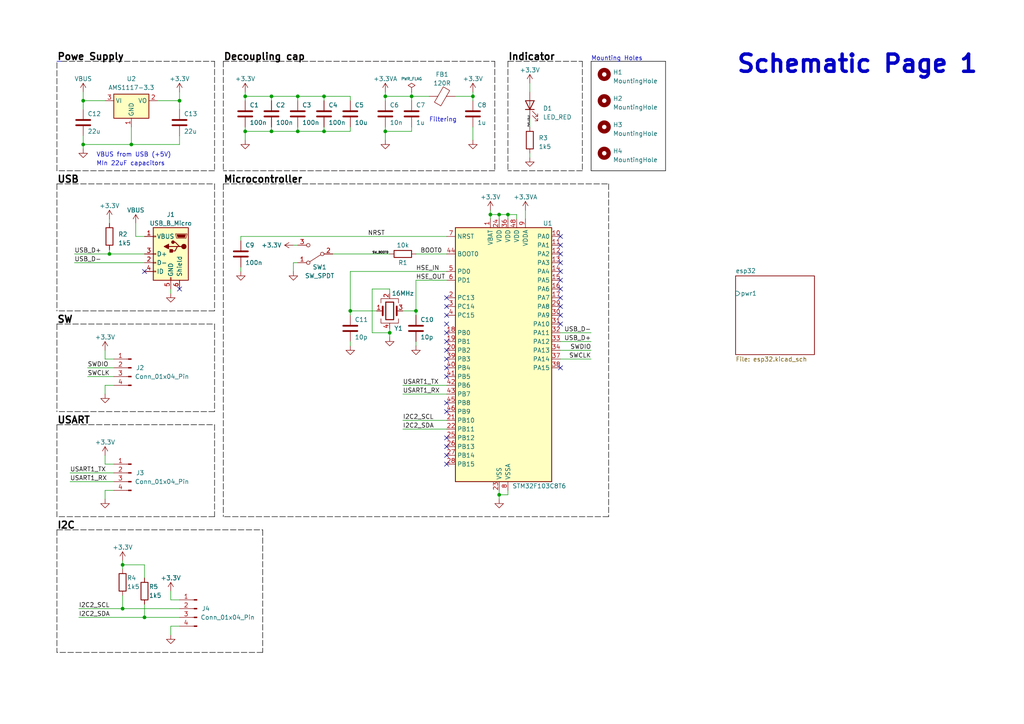
<source format=kicad_sch>
(kicad_sch (version 20230121) (generator eeschema)

  (uuid cbe8e831-ee2e-484c-9985-23f8c5cbc728)

  (paper "A4")

  (title_block
    (title "STM32 Demo Schematic")
    (date "2023-03-05")
    (rev "0.1")
    (company "Oskars Schematic")
  )

  (lib_symbols
    (symbol "Connector:Conn_01x04_Pin" (pin_names (offset 1.016) hide) (in_bom yes) (on_board yes)
      (property "Reference" "J" (at 0 5.08 0)
        (effects (font (size 1.27 1.27)))
      )
      (property "Value" "Conn_01x04_Pin" (at 0 -7.62 0)
        (effects (font (size 1.27 1.27)))
      )
      (property "Footprint" "" (at 0 0 0)
        (effects (font (size 1.27 1.27)) hide)
      )
      (property "Datasheet" "~" (at 0 0 0)
        (effects (font (size 1.27 1.27)) hide)
      )
      (property "ki_locked" "" (at 0 0 0)
        (effects (font (size 1.27 1.27)))
      )
      (property "ki_keywords" "connector" (at 0 0 0)
        (effects (font (size 1.27 1.27)) hide)
      )
      (property "ki_description" "Generic connector, single row, 01x04, script generated" (at 0 0 0)
        (effects (font (size 1.27 1.27)) hide)
      )
      (property "ki_fp_filters" "Connector*:*_1x??_*" (at 0 0 0)
        (effects (font (size 1.27 1.27)) hide)
      )
      (symbol "Conn_01x04_Pin_1_1"
        (polyline
          (pts
            (xy 1.27 -5.08)
            (xy 0.8636 -5.08)
          )
          (stroke (width 0.1524) (type default))
          (fill (type none))
        )
        (polyline
          (pts
            (xy 1.27 -2.54)
            (xy 0.8636 -2.54)
          )
          (stroke (width 0.1524) (type default))
          (fill (type none))
        )
        (polyline
          (pts
            (xy 1.27 0)
            (xy 0.8636 0)
          )
          (stroke (width 0.1524) (type default))
          (fill (type none))
        )
        (polyline
          (pts
            (xy 1.27 2.54)
            (xy 0.8636 2.54)
          )
          (stroke (width 0.1524) (type default))
          (fill (type none))
        )
        (rectangle (start 0.8636 -4.953) (end 0 -5.207)
          (stroke (width 0.1524) (type default))
          (fill (type outline))
        )
        (rectangle (start 0.8636 -2.413) (end 0 -2.667)
          (stroke (width 0.1524) (type default))
          (fill (type outline))
        )
        (rectangle (start 0.8636 0.127) (end 0 -0.127)
          (stroke (width 0.1524) (type default))
          (fill (type outline))
        )
        (rectangle (start 0.8636 2.667) (end 0 2.413)
          (stroke (width 0.1524) (type default))
          (fill (type outline))
        )
        (pin passive line (at 5.08 2.54 180) (length 3.81)
          (name "Pin_1" (effects (font (size 1.27 1.27))))
          (number "1" (effects (font (size 1.27 1.27))))
        )
        (pin passive line (at 5.08 0 180) (length 3.81)
          (name "Pin_2" (effects (font (size 1.27 1.27))))
          (number "2" (effects (font (size 1.27 1.27))))
        )
        (pin passive line (at 5.08 -2.54 180) (length 3.81)
          (name "Pin_3" (effects (font (size 1.27 1.27))))
          (number "3" (effects (font (size 1.27 1.27))))
        )
        (pin passive line (at 5.08 -5.08 180) (length 3.81)
          (name "Pin_4" (effects (font (size 1.27 1.27))))
          (number "4" (effects (font (size 1.27 1.27))))
        )
      )
    )
    (symbol "Connector:USB_B_Micro" (pin_names (offset 1.016)) (in_bom yes) (on_board yes)
      (property "Reference" "J" (at -5.08 11.43 0)
        (effects (font (size 1.27 1.27)) (justify left))
      )
      (property "Value" "USB_B_Micro" (at -5.08 8.89 0)
        (effects (font (size 1.27 1.27)) (justify left))
      )
      (property "Footprint" "" (at 3.81 -1.27 0)
        (effects (font (size 1.27 1.27)) hide)
      )
      (property "Datasheet" "~" (at 3.81 -1.27 0)
        (effects (font (size 1.27 1.27)) hide)
      )
      (property "ki_keywords" "connector USB micro" (at 0 0 0)
        (effects (font (size 1.27 1.27)) hide)
      )
      (property "ki_description" "USB Micro Type B connector" (at 0 0 0)
        (effects (font (size 1.27 1.27)) hide)
      )
      (property "ki_fp_filters" "USB*" (at 0 0 0)
        (effects (font (size 1.27 1.27)) hide)
      )
      (symbol "USB_B_Micro_0_1"
        (rectangle (start -5.08 -7.62) (end 5.08 7.62)
          (stroke (width 0.254) (type default))
          (fill (type background))
        )
        (circle (center -3.81 2.159) (radius 0.635)
          (stroke (width 0.254) (type default))
          (fill (type outline))
        )
        (circle (center -0.635 3.429) (radius 0.381)
          (stroke (width 0.254) (type default))
          (fill (type outline))
        )
        (rectangle (start -0.127 -7.62) (end 0.127 -6.858)
          (stroke (width 0) (type default))
          (fill (type none))
        )
        (polyline
          (pts
            (xy -1.905 2.159)
            (xy 0.635 2.159)
          )
          (stroke (width 0.254) (type default))
          (fill (type none))
        )
        (polyline
          (pts
            (xy -3.175 2.159)
            (xy -2.54 2.159)
            (xy -1.27 3.429)
            (xy -0.635 3.429)
          )
          (stroke (width 0.254) (type default))
          (fill (type none))
        )
        (polyline
          (pts
            (xy -2.54 2.159)
            (xy -1.905 2.159)
            (xy -1.27 0.889)
            (xy 0 0.889)
          )
          (stroke (width 0.254) (type default))
          (fill (type none))
        )
        (polyline
          (pts
            (xy 0.635 2.794)
            (xy 0.635 1.524)
            (xy 1.905 2.159)
            (xy 0.635 2.794)
          )
          (stroke (width 0.254) (type default))
          (fill (type outline))
        )
        (polyline
          (pts
            (xy -4.318 5.588)
            (xy -1.778 5.588)
            (xy -2.032 4.826)
            (xy -4.064 4.826)
            (xy -4.318 5.588)
          )
          (stroke (width 0) (type default))
          (fill (type outline))
        )
        (polyline
          (pts
            (xy -4.699 5.842)
            (xy -4.699 5.588)
            (xy -4.445 4.826)
            (xy -4.445 4.572)
            (xy -1.651 4.572)
            (xy -1.651 4.826)
            (xy -1.397 5.588)
            (xy -1.397 5.842)
            (xy -4.699 5.842)
          )
          (stroke (width 0) (type default))
          (fill (type none))
        )
        (rectangle (start 0.254 1.27) (end -0.508 0.508)
          (stroke (width 0.254) (type default))
          (fill (type outline))
        )
        (rectangle (start 5.08 -5.207) (end 4.318 -4.953)
          (stroke (width 0) (type default))
          (fill (type none))
        )
        (rectangle (start 5.08 -2.667) (end 4.318 -2.413)
          (stroke (width 0) (type default))
          (fill (type none))
        )
        (rectangle (start 5.08 -0.127) (end 4.318 0.127)
          (stroke (width 0) (type default))
          (fill (type none))
        )
        (rectangle (start 5.08 4.953) (end 4.318 5.207)
          (stroke (width 0) (type default))
          (fill (type none))
        )
      )
      (symbol "USB_B_Micro_1_1"
        (pin power_out line (at 7.62 5.08 180) (length 2.54)
          (name "VBUS" (effects (font (size 1.27 1.27))))
          (number "1" (effects (font (size 1.27 1.27))))
        )
        (pin bidirectional line (at 7.62 -2.54 180) (length 2.54)
          (name "D-" (effects (font (size 1.27 1.27))))
          (number "2" (effects (font (size 1.27 1.27))))
        )
        (pin bidirectional line (at 7.62 0 180) (length 2.54)
          (name "D+" (effects (font (size 1.27 1.27))))
          (number "3" (effects (font (size 1.27 1.27))))
        )
        (pin passive line (at 7.62 -5.08 180) (length 2.54)
          (name "ID" (effects (font (size 1.27 1.27))))
          (number "4" (effects (font (size 1.27 1.27))))
        )
        (pin power_out line (at 0 -10.16 90) (length 2.54)
          (name "GND" (effects (font (size 1.27 1.27))))
          (number "5" (effects (font (size 1.27 1.27))))
        )
        (pin passive line (at -2.54 -10.16 90) (length 2.54)
          (name "Shield" (effects (font (size 1.27 1.27))))
          (number "6" (effects (font (size 1.27 1.27))))
        )
      )
    )
    (symbol "Device:C" (pin_numbers hide) (pin_names (offset 0.254)) (in_bom yes) (on_board yes)
      (property "Reference" "C" (at 0.635 2.54 0)
        (effects (font (size 1.27 1.27)) (justify left))
      )
      (property "Value" "C" (at 0.635 -2.54 0)
        (effects (font (size 1.27 1.27)) (justify left))
      )
      (property "Footprint" "" (at 0.9652 -3.81 0)
        (effects (font (size 1.27 1.27)) hide)
      )
      (property "Datasheet" "~" (at 0 0 0)
        (effects (font (size 1.27 1.27)) hide)
      )
      (property "ki_keywords" "cap capacitor" (at 0 0 0)
        (effects (font (size 1.27 1.27)) hide)
      )
      (property "ki_description" "Unpolarized capacitor" (at 0 0 0)
        (effects (font (size 1.27 1.27)) hide)
      )
      (property "ki_fp_filters" "C_*" (at 0 0 0)
        (effects (font (size 1.27 1.27)) hide)
      )
      (symbol "C_0_1"
        (polyline
          (pts
            (xy -2.032 -0.762)
            (xy 2.032 -0.762)
          )
          (stroke (width 0.508) (type default))
          (fill (type none))
        )
        (polyline
          (pts
            (xy -2.032 0.762)
            (xy 2.032 0.762)
          )
          (stroke (width 0.508) (type default))
          (fill (type none))
        )
      )
      (symbol "C_1_1"
        (pin passive line (at 0 3.81 270) (length 2.794)
          (name "~" (effects (font (size 1.27 1.27))))
          (number "1" (effects (font (size 1.27 1.27))))
        )
        (pin passive line (at 0 -3.81 90) (length 2.794)
          (name "~" (effects (font (size 1.27 1.27))))
          (number "2" (effects (font (size 1.27 1.27))))
        )
      )
    )
    (symbol "Device:Crystal_GND24" (pin_names (offset 1.016) hide) (in_bom yes) (on_board yes)
      (property "Reference" "Y" (at 3.175 5.08 0)
        (effects (font (size 1.27 1.27)) (justify left))
      )
      (property "Value" "Crystal_GND24" (at 3.175 3.175 0)
        (effects (font (size 1.27 1.27)) (justify left))
      )
      (property "Footprint" "" (at 0 0 0)
        (effects (font (size 1.27 1.27)) hide)
      )
      (property "Datasheet" "~" (at 0 0 0)
        (effects (font (size 1.27 1.27)) hide)
      )
      (property "ki_keywords" "quartz ceramic resonator oscillator" (at 0 0 0)
        (effects (font (size 1.27 1.27)) hide)
      )
      (property "ki_description" "Four pin crystal, GND on pins 2 and 4" (at 0 0 0)
        (effects (font (size 1.27 1.27)) hide)
      )
      (property "ki_fp_filters" "Crystal*" (at 0 0 0)
        (effects (font (size 1.27 1.27)) hide)
      )
      (symbol "Crystal_GND24_0_1"
        (rectangle (start -1.143 2.54) (end 1.143 -2.54)
          (stroke (width 0.3048) (type default))
          (fill (type none))
        )
        (polyline
          (pts
            (xy -2.54 0)
            (xy -2.032 0)
          )
          (stroke (width 0) (type default))
          (fill (type none))
        )
        (polyline
          (pts
            (xy -2.032 -1.27)
            (xy -2.032 1.27)
          )
          (stroke (width 0.508) (type default))
          (fill (type none))
        )
        (polyline
          (pts
            (xy 0 -3.81)
            (xy 0 -3.556)
          )
          (stroke (width 0) (type default))
          (fill (type none))
        )
        (polyline
          (pts
            (xy 0 3.556)
            (xy 0 3.81)
          )
          (stroke (width 0) (type default))
          (fill (type none))
        )
        (polyline
          (pts
            (xy 2.032 -1.27)
            (xy 2.032 1.27)
          )
          (stroke (width 0.508) (type default))
          (fill (type none))
        )
        (polyline
          (pts
            (xy 2.032 0)
            (xy 2.54 0)
          )
          (stroke (width 0) (type default))
          (fill (type none))
        )
        (polyline
          (pts
            (xy -2.54 -2.286)
            (xy -2.54 -3.556)
            (xy 2.54 -3.556)
            (xy 2.54 -2.286)
          )
          (stroke (width 0) (type default))
          (fill (type none))
        )
        (polyline
          (pts
            (xy -2.54 2.286)
            (xy -2.54 3.556)
            (xy 2.54 3.556)
            (xy 2.54 2.286)
          )
          (stroke (width 0) (type default))
          (fill (type none))
        )
      )
      (symbol "Crystal_GND24_1_1"
        (pin passive line (at -3.81 0 0) (length 1.27)
          (name "1" (effects (font (size 1.27 1.27))))
          (number "1" (effects (font (size 1.27 1.27))))
        )
        (pin passive line (at 0 5.08 270) (length 1.27)
          (name "2" (effects (font (size 1.27 1.27))))
          (number "2" (effects (font (size 1.27 1.27))))
        )
        (pin passive line (at 3.81 0 180) (length 1.27)
          (name "3" (effects (font (size 1.27 1.27))))
          (number "3" (effects (font (size 1.27 1.27))))
        )
        (pin passive line (at 0 -5.08 90) (length 1.27)
          (name "4" (effects (font (size 1.27 1.27))))
          (number "4" (effects (font (size 1.27 1.27))))
        )
      )
    )
    (symbol "Device:FerriteBead" (pin_numbers hide) (pin_names (offset 0)) (in_bom yes) (on_board yes)
      (property "Reference" "FB" (at -3.81 0.635 90)
        (effects (font (size 1.27 1.27)))
      )
      (property "Value" "FerriteBead" (at 3.81 0 90)
        (effects (font (size 1.27 1.27)))
      )
      (property "Footprint" "" (at -1.778 0 90)
        (effects (font (size 1.27 1.27)) hide)
      )
      (property "Datasheet" "~" (at 0 0 0)
        (effects (font (size 1.27 1.27)) hide)
      )
      (property "ki_keywords" "L ferrite bead inductor filter" (at 0 0 0)
        (effects (font (size 1.27 1.27)) hide)
      )
      (property "ki_description" "Ferrite bead" (at 0 0 0)
        (effects (font (size 1.27 1.27)) hide)
      )
      (property "ki_fp_filters" "Inductor_* L_* *Ferrite*" (at 0 0 0)
        (effects (font (size 1.27 1.27)) hide)
      )
      (symbol "FerriteBead_0_1"
        (polyline
          (pts
            (xy 0 -1.27)
            (xy 0 -1.2192)
          )
          (stroke (width 0) (type default))
          (fill (type none))
        )
        (polyline
          (pts
            (xy 0 1.27)
            (xy 0 1.2954)
          )
          (stroke (width 0) (type default))
          (fill (type none))
        )
        (polyline
          (pts
            (xy -2.7686 0.4064)
            (xy -1.7018 2.2606)
            (xy 2.7686 -0.3048)
            (xy 1.6764 -2.159)
            (xy -2.7686 0.4064)
          )
          (stroke (width 0) (type default))
          (fill (type none))
        )
      )
      (symbol "FerriteBead_1_1"
        (pin passive line (at 0 3.81 270) (length 2.54)
          (name "~" (effects (font (size 1.27 1.27))))
          (number "1" (effects (font (size 1.27 1.27))))
        )
        (pin passive line (at 0 -3.81 90) (length 2.54)
          (name "~" (effects (font (size 1.27 1.27))))
          (number "2" (effects (font (size 1.27 1.27))))
        )
      )
    )
    (symbol "Device:LED" (pin_numbers hide) (pin_names (offset 1.016) hide) (in_bom yes) (on_board yes)
      (property "Reference" "D" (at 0 2.54 0)
        (effects (font (size 1.27 1.27)))
      )
      (property "Value" "LED" (at 0 -2.54 0)
        (effects (font (size 1.27 1.27)))
      )
      (property "Footprint" "" (at 0 0 0)
        (effects (font (size 1.27 1.27)) hide)
      )
      (property "Datasheet" "~" (at 0 0 0)
        (effects (font (size 1.27 1.27)) hide)
      )
      (property "ki_keywords" "LED diode" (at 0 0 0)
        (effects (font (size 1.27 1.27)) hide)
      )
      (property "ki_description" "Light emitting diode" (at 0 0 0)
        (effects (font (size 1.27 1.27)) hide)
      )
      (property "ki_fp_filters" "LED* LED_SMD:* LED_THT:*" (at 0 0 0)
        (effects (font (size 1.27 1.27)) hide)
      )
      (symbol "LED_0_1"
        (polyline
          (pts
            (xy -1.27 -1.27)
            (xy -1.27 1.27)
          )
          (stroke (width 0.254) (type default))
          (fill (type none))
        )
        (polyline
          (pts
            (xy -1.27 0)
            (xy 1.27 0)
          )
          (stroke (width 0) (type default))
          (fill (type none))
        )
        (polyline
          (pts
            (xy 1.27 -1.27)
            (xy 1.27 1.27)
            (xy -1.27 0)
            (xy 1.27 -1.27)
          )
          (stroke (width 0.254) (type default))
          (fill (type none))
        )
        (polyline
          (pts
            (xy -3.048 -0.762)
            (xy -4.572 -2.286)
            (xy -3.81 -2.286)
            (xy -4.572 -2.286)
            (xy -4.572 -1.524)
          )
          (stroke (width 0) (type default))
          (fill (type none))
        )
        (polyline
          (pts
            (xy -1.778 -0.762)
            (xy -3.302 -2.286)
            (xy -2.54 -2.286)
            (xy -3.302 -2.286)
            (xy -3.302 -1.524)
          )
          (stroke (width 0) (type default))
          (fill (type none))
        )
      )
      (symbol "LED_1_1"
        (pin passive line (at -3.81 0 0) (length 2.54)
          (name "K" (effects (font (size 1.27 1.27))))
          (number "1" (effects (font (size 1.27 1.27))))
        )
        (pin passive line (at 3.81 0 180) (length 2.54)
          (name "A" (effects (font (size 1.27 1.27))))
          (number "2" (effects (font (size 1.27 1.27))))
        )
      )
    )
    (symbol "Device:R" (pin_numbers hide) (pin_names (offset 0)) (in_bom yes) (on_board yes)
      (property "Reference" "R" (at 2.032 0 90)
        (effects (font (size 1.27 1.27)))
      )
      (property "Value" "R" (at 0 0 90)
        (effects (font (size 1.27 1.27)))
      )
      (property "Footprint" "" (at -1.778 0 90)
        (effects (font (size 1.27 1.27)) hide)
      )
      (property "Datasheet" "~" (at 0 0 0)
        (effects (font (size 1.27 1.27)) hide)
      )
      (property "ki_keywords" "R res resistor" (at 0 0 0)
        (effects (font (size 1.27 1.27)) hide)
      )
      (property "ki_description" "Resistor" (at 0 0 0)
        (effects (font (size 1.27 1.27)) hide)
      )
      (property "ki_fp_filters" "R_*" (at 0 0 0)
        (effects (font (size 1.27 1.27)) hide)
      )
      (symbol "R_0_1"
        (rectangle (start -1.016 -2.54) (end 1.016 2.54)
          (stroke (width 0.254) (type default))
          (fill (type none))
        )
      )
      (symbol "R_1_1"
        (pin passive line (at 0 3.81 270) (length 1.27)
          (name "~" (effects (font (size 1.27 1.27))))
          (number "1" (effects (font (size 1.27 1.27))))
        )
        (pin passive line (at 0 -3.81 90) (length 1.27)
          (name "~" (effects (font (size 1.27 1.27))))
          (number "2" (effects (font (size 1.27 1.27))))
        )
      )
    )
    (symbol "MCU_ST_STM32F1:STM32F103C8Tx" (in_bom yes) (on_board yes)
      (property "Reference" "U" (at -12.7 39.37 0)
        (effects (font (size 1.27 1.27)) (justify left))
      )
      (property "Value" "STM32F103C8Tx" (at 10.16 39.37 0)
        (effects (font (size 1.27 1.27)) (justify left))
      )
      (property "Footprint" "Package_QFP:LQFP-48_7x7mm_P0.5mm" (at -12.7 -35.56 0)
        (effects (font (size 1.27 1.27)) (justify right) hide)
      )
      (property "Datasheet" "https://www.st.com/resource/en/datasheet/stm32f103c8.pdf" (at 0 0 0)
        (effects (font (size 1.27 1.27)) hide)
      )
      (property "ki_locked" "" (at 0 0 0)
        (effects (font (size 1.27 1.27)))
      )
      (property "ki_keywords" "Arm Cortex-M3 STM32F1 STM32F103" (at 0 0 0)
        (effects (font (size 1.27 1.27)) hide)
      )
      (property "ki_description" "STMicroelectronics Arm Cortex-M3 MCU, 64KB flash, 20KB RAM, 72 MHz, 2.0-3.6V, 37 GPIO, LQFP48" (at 0 0 0)
        (effects (font (size 1.27 1.27)) hide)
      )
      (property "ki_fp_filters" "LQFP*7x7mm*P0.5mm*" (at 0 0 0)
        (effects (font (size 1.27 1.27)) hide)
      )
      (symbol "STM32F103C8Tx_0_1"
        (rectangle (start -12.7 -35.56) (end 15.24 38.1)
          (stroke (width 0.254) (type default))
          (fill (type background))
        )
      )
      (symbol "STM32F103C8Tx_1_1"
        (pin power_in line (at -2.54 40.64 270) (length 2.54)
          (name "VBAT" (effects (font (size 1.27 1.27))))
          (number "1" (effects (font (size 1.27 1.27))))
        )
        (pin bidirectional line (at 17.78 35.56 180) (length 2.54)
          (name "PA0" (effects (font (size 1.27 1.27))))
          (number "10" (effects (font (size 1.27 1.27))))
          (alternate "ADC1_IN0" bidirectional line)
          (alternate "ADC2_IN0" bidirectional line)
          (alternate "SYS_WKUP" bidirectional line)
          (alternate "TIM2_CH1" bidirectional line)
          (alternate "TIM2_ETR" bidirectional line)
          (alternate "USART2_CTS" bidirectional line)
        )
        (pin bidirectional line (at 17.78 33.02 180) (length 2.54)
          (name "PA1" (effects (font (size 1.27 1.27))))
          (number "11" (effects (font (size 1.27 1.27))))
          (alternate "ADC1_IN1" bidirectional line)
          (alternate "ADC2_IN1" bidirectional line)
          (alternate "TIM2_CH2" bidirectional line)
          (alternate "USART2_RTS" bidirectional line)
        )
        (pin bidirectional line (at 17.78 30.48 180) (length 2.54)
          (name "PA2" (effects (font (size 1.27 1.27))))
          (number "12" (effects (font (size 1.27 1.27))))
          (alternate "ADC1_IN2" bidirectional line)
          (alternate "ADC2_IN2" bidirectional line)
          (alternate "TIM2_CH3" bidirectional line)
          (alternate "USART2_TX" bidirectional line)
        )
        (pin bidirectional line (at 17.78 27.94 180) (length 2.54)
          (name "PA3" (effects (font (size 1.27 1.27))))
          (number "13" (effects (font (size 1.27 1.27))))
          (alternate "ADC1_IN3" bidirectional line)
          (alternate "ADC2_IN3" bidirectional line)
          (alternate "TIM2_CH4" bidirectional line)
          (alternate "USART2_RX" bidirectional line)
        )
        (pin bidirectional line (at 17.78 25.4 180) (length 2.54)
          (name "PA4" (effects (font (size 1.27 1.27))))
          (number "14" (effects (font (size 1.27 1.27))))
          (alternate "ADC1_IN4" bidirectional line)
          (alternate "ADC2_IN4" bidirectional line)
          (alternate "SPI1_NSS" bidirectional line)
          (alternate "USART2_CK" bidirectional line)
        )
        (pin bidirectional line (at 17.78 22.86 180) (length 2.54)
          (name "PA5" (effects (font (size 1.27 1.27))))
          (number "15" (effects (font (size 1.27 1.27))))
          (alternate "ADC1_IN5" bidirectional line)
          (alternate "ADC2_IN5" bidirectional line)
          (alternate "SPI1_SCK" bidirectional line)
        )
        (pin bidirectional line (at 17.78 20.32 180) (length 2.54)
          (name "PA6" (effects (font (size 1.27 1.27))))
          (number "16" (effects (font (size 1.27 1.27))))
          (alternate "ADC1_IN6" bidirectional line)
          (alternate "ADC2_IN6" bidirectional line)
          (alternate "SPI1_MISO" bidirectional line)
          (alternate "TIM1_BKIN" bidirectional line)
          (alternate "TIM3_CH1" bidirectional line)
        )
        (pin bidirectional line (at 17.78 17.78 180) (length 2.54)
          (name "PA7" (effects (font (size 1.27 1.27))))
          (number "17" (effects (font (size 1.27 1.27))))
          (alternate "ADC1_IN7" bidirectional line)
          (alternate "ADC2_IN7" bidirectional line)
          (alternate "SPI1_MOSI" bidirectional line)
          (alternate "TIM1_CH1N" bidirectional line)
          (alternate "TIM3_CH2" bidirectional line)
        )
        (pin bidirectional line (at -15.24 7.62 0) (length 2.54)
          (name "PB0" (effects (font (size 1.27 1.27))))
          (number "18" (effects (font (size 1.27 1.27))))
          (alternate "ADC1_IN8" bidirectional line)
          (alternate "ADC2_IN8" bidirectional line)
          (alternate "TIM1_CH2N" bidirectional line)
          (alternate "TIM3_CH3" bidirectional line)
        )
        (pin bidirectional line (at -15.24 5.08 0) (length 2.54)
          (name "PB1" (effects (font (size 1.27 1.27))))
          (number "19" (effects (font (size 1.27 1.27))))
          (alternate "ADC1_IN9" bidirectional line)
          (alternate "ADC2_IN9" bidirectional line)
          (alternate "TIM1_CH3N" bidirectional line)
          (alternate "TIM3_CH4" bidirectional line)
        )
        (pin bidirectional line (at -15.24 17.78 0) (length 2.54)
          (name "PC13" (effects (font (size 1.27 1.27))))
          (number "2" (effects (font (size 1.27 1.27))))
          (alternate "RTC_OUT" bidirectional line)
          (alternate "RTC_TAMPER" bidirectional line)
        )
        (pin bidirectional line (at -15.24 2.54 0) (length 2.54)
          (name "PB2" (effects (font (size 1.27 1.27))))
          (number "20" (effects (font (size 1.27 1.27))))
        )
        (pin bidirectional line (at -15.24 -17.78 0) (length 2.54)
          (name "PB10" (effects (font (size 1.27 1.27))))
          (number "21" (effects (font (size 1.27 1.27))))
          (alternate "I2C2_SCL" bidirectional line)
          (alternate "TIM2_CH3" bidirectional line)
          (alternate "USART3_TX" bidirectional line)
        )
        (pin bidirectional line (at -15.24 -20.32 0) (length 2.54)
          (name "PB11" (effects (font (size 1.27 1.27))))
          (number "22" (effects (font (size 1.27 1.27))))
          (alternate "ADC1_EXTI11" bidirectional line)
          (alternate "ADC2_EXTI11" bidirectional line)
          (alternate "I2C2_SDA" bidirectional line)
          (alternate "TIM2_CH4" bidirectional line)
          (alternate "USART3_RX" bidirectional line)
        )
        (pin power_in line (at 0 -38.1 90) (length 2.54)
          (name "VSS" (effects (font (size 1.27 1.27))))
          (number "23" (effects (font (size 1.27 1.27))))
        )
        (pin power_in line (at 0 40.64 270) (length 2.54)
          (name "VDD" (effects (font (size 1.27 1.27))))
          (number "24" (effects (font (size 1.27 1.27))))
        )
        (pin bidirectional line (at -15.24 -22.86 0) (length 2.54)
          (name "PB12" (effects (font (size 1.27 1.27))))
          (number "25" (effects (font (size 1.27 1.27))))
          (alternate "I2C2_SMBA" bidirectional line)
          (alternate "SPI2_NSS" bidirectional line)
          (alternate "TIM1_BKIN" bidirectional line)
          (alternate "USART3_CK" bidirectional line)
        )
        (pin bidirectional line (at -15.24 -25.4 0) (length 2.54)
          (name "PB13" (effects (font (size 1.27 1.27))))
          (number "26" (effects (font (size 1.27 1.27))))
          (alternate "SPI2_SCK" bidirectional line)
          (alternate "TIM1_CH1N" bidirectional line)
          (alternate "USART3_CTS" bidirectional line)
        )
        (pin bidirectional line (at -15.24 -27.94 0) (length 2.54)
          (name "PB14" (effects (font (size 1.27 1.27))))
          (number "27" (effects (font (size 1.27 1.27))))
          (alternate "SPI2_MISO" bidirectional line)
          (alternate "TIM1_CH2N" bidirectional line)
          (alternate "USART3_RTS" bidirectional line)
        )
        (pin bidirectional line (at -15.24 -30.48 0) (length 2.54)
          (name "PB15" (effects (font (size 1.27 1.27))))
          (number "28" (effects (font (size 1.27 1.27))))
          (alternate "ADC1_EXTI15" bidirectional line)
          (alternate "ADC2_EXTI15" bidirectional line)
          (alternate "SPI2_MOSI" bidirectional line)
          (alternate "TIM1_CH3N" bidirectional line)
        )
        (pin bidirectional line (at 17.78 15.24 180) (length 2.54)
          (name "PA8" (effects (font (size 1.27 1.27))))
          (number "29" (effects (font (size 1.27 1.27))))
          (alternate "RCC_MCO" bidirectional line)
          (alternate "TIM1_CH1" bidirectional line)
          (alternate "USART1_CK" bidirectional line)
        )
        (pin bidirectional line (at -15.24 15.24 0) (length 2.54)
          (name "PC14" (effects (font (size 1.27 1.27))))
          (number "3" (effects (font (size 1.27 1.27))))
          (alternate "RCC_OSC32_IN" bidirectional line)
        )
        (pin bidirectional line (at 17.78 12.7 180) (length 2.54)
          (name "PA9" (effects (font (size 1.27 1.27))))
          (number "30" (effects (font (size 1.27 1.27))))
          (alternate "TIM1_CH2" bidirectional line)
          (alternate "USART1_TX" bidirectional line)
        )
        (pin bidirectional line (at 17.78 10.16 180) (length 2.54)
          (name "PA10" (effects (font (size 1.27 1.27))))
          (number "31" (effects (font (size 1.27 1.27))))
          (alternate "TIM1_CH3" bidirectional line)
          (alternate "USART1_RX" bidirectional line)
        )
        (pin bidirectional line (at 17.78 7.62 180) (length 2.54)
          (name "PA11" (effects (font (size 1.27 1.27))))
          (number "32" (effects (font (size 1.27 1.27))))
          (alternate "ADC1_EXTI11" bidirectional line)
          (alternate "ADC2_EXTI11" bidirectional line)
          (alternate "CAN_RX" bidirectional line)
          (alternate "TIM1_CH4" bidirectional line)
          (alternate "USART1_CTS" bidirectional line)
          (alternate "USB_DM" bidirectional line)
        )
        (pin bidirectional line (at 17.78 5.08 180) (length 2.54)
          (name "PA12" (effects (font (size 1.27 1.27))))
          (number "33" (effects (font (size 1.27 1.27))))
          (alternate "CAN_TX" bidirectional line)
          (alternate "TIM1_ETR" bidirectional line)
          (alternate "USART1_RTS" bidirectional line)
          (alternate "USB_DP" bidirectional line)
        )
        (pin bidirectional line (at 17.78 2.54 180) (length 2.54)
          (name "PA13" (effects (font (size 1.27 1.27))))
          (number "34" (effects (font (size 1.27 1.27))))
          (alternate "SYS_JTMS-SWDIO" bidirectional line)
        )
        (pin passive line (at 0 -38.1 90) (length 2.54) hide
          (name "VSS" (effects (font (size 1.27 1.27))))
          (number "35" (effects (font (size 1.27 1.27))))
        )
        (pin power_in line (at 2.54 40.64 270) (length 2.54)
          (name "VDD" (effects (font (size 1.27 1.27))))
          (number "36" (effects (font (size 1.27 1.27))))
        )
        (pin bidirectional line (at 17.78 0 180) (length 2.54)
          (name "PA14" (effects (font (size 1.27 1.27))))
          (number "37" (effects (font (size 1.27 1.27))))
          (alternate "SYS_JTCK-SWCLK" bidirectional line)
        )
        (pin bidirectional line (at 17.78 -2.54 180) (length 2.54)
          (name "PA15" (effects (font (size 1.27 1.27))))
          (number "38" (effects (font (size 1.27 1.27))))
          (alternate "ADC1_EXTI15" bidirectional line)
          (alternate "ADC2_EXTI15" bidirectional line)
          (alternate "SPI1_NSS" bidirectional line)
          (alternate "SYS_JTDI" bidirectional line)
          (alternate "TIM2_CH1" bidirectional line)
          (alternate "TIM2_ETR" bidirectional line)
        )
        (pin bidirectional line (at -15.24 0 0) (length 2.54)
          (name "PB3" (effects (font (size 1.27 1.27))))
          (number "39" (effects (font (size 1.27 1.27))))
          (alternate "SPI1_SCK" bidirectional line)
          (alternate "SYS_JTDO-TRACESWO" bidirectional line)
          (alternate "TIM2_CH2" bidirectional line)
        )
        (pin bidirectional line (at -15.24 12.7 0) (length 2.54)
          (name "PC15" (effects (font (size 1.27 1.27))))
          (number "4" (effects (font (size 1.27 1.27))))
          (alternate "ADC1_EXTI15" bidirectional line)
          (alternate "ADC2_EXTI15" bidirectional line)
          (alternate "RCC_OSC32_OUT" bidirectional line)
        )
        (pin bidirectional line (at -15.24 -2.54 0) (length 2.54)
          (name "PB4" (effects (font (size 1.27 1.27))))
          (number "40" (effects (font (size 1.27 1.27))))
          (alternate "SPI1_MISO" bidirectional line)
          (alternate "SYS_NJTRST" bidirectional line)
          (alternate "TIM3_CH1" bidirectional line)
        )
        (pin bidirectional line (at -15.24 -5.08 0) (length 2.54)
          (name "PB5" (effects (font (size 1.27 1.27))))
          (number "41" (effects (font (size 1.27 1.27))))
          (alternate "I2C1_SMBA" bidirectional line)
          (alternate "SPI1_MOSI" bidirectional line)
          (alternate "TIM3_CH2" bidirectional line)
        )
        (pin bidirectional line (at -15.24 -7.62 0) (length 2.54)
          (name "PB6" (effects (font (size 1.27 1.27))))
          (number "42" (effects (font (size 1.27 1.27))))
          (alternate "I2C1_SCL" bidirectional line)
          (alternate "TIM4_CH1" bidirectional line)
          (alternate "USART1_TX" bidirectional line)
        )
        (pin bidirectional line (at -15.24 -10.16 0) (length 2.54)
          (name "PB7" (effects (font (size 1.27 1.27))))
          (number "43" (effects (font (size 1.27 1.27))))
          (alternate "I2C1_SDA" bidirectional line)
          (alternate "TIM4_CH2" bidirectional line)
          (alternate "USART1_RX" bidirectional line)
        )
        (pin input line (at -15.24 30.48 0) (length 2.54)
          (name "BOOT0" (effects (font (size 1.27 1.27))))
          (number "44" (effects (font (size 1.27 1.27))))
        )
        (pin bidirectional line (at -15.24 -12.7 0) (length 2.54)
          (name "PB8" (effects (font (size 1.27 1.27))))
          (number "45" (effects (font (size 1.27 1.27))))
          (alternate "CAN_RX" bidirectional line)
          (alternate "I2C1_SCL" bidirectional line)
          (alternate "TIM4_CH3" bidirectional line)
        )
        (pin bidirectional line (at -15.24 -15.24 0) (length 2.54)
          (name "PB9" (effects (font (size 1.27 1.27))))
          (number "46" (effects (font (size 1.27 1.27))))
          (alternate "CAN_TX" bidirectional line)
          (alternate "I2C1_SDA" bidirectional line)
          (alternate "TIM4_CH4" bidirectional line)
        )
        (pin passive line (at 0 -38.1 90) (length 2.54) hide
          (name "VSS" (effects (font (size 1.27 1.27))))
          (number "47" (effects (font (size 1.27 1.27))))
        )
        (pin power_in line (at 5.08 40.64 270) (length 2.54)
          (name "VDD" (effects (font (size 1.27 1.27))))
          (number "48" (effects (font (size 1.27 1.27))))
        )
        (pin bidirectional line (at -15.24 25.4 0) (length 2.54)
          (name "PD0" (effects (font (size 1.27 1.27))))
          (number "5" (effects (font (size 1.27 1.27))))
          (alternate "RCC_OSC_IN" bidirectional line)
        )
        (pin bidirectional line (at -15.24 22.86 0) (length 2.54)
          (name "PD1" (effects (font (size 1.27 1.27))))
          (number "6" (effects (font (size 1.27 1.27))))
          (alternate "RCC_OSC_OUT" bidirectional line)
        )
        (pin input line (at -15.24 35.56 0) (length 2.54)
          (name "NRST" (effects (font (size 1.27 1.27))))
          (number "7" (effects (font (size 1.27 1.27))))
        )
        (pin power_in line (at 2.54 -38.1 90) (length 2.54)
          (name "VSSA" (effects (font (size 1.27 1.27))))
          (number "8" (effects (font (size 1.27 1.27))))
        )
        (pin power_in line (at 7.62 40.64 270) (length 2.54)
          (name "VDDA" (effects (font (size 1.27 1.27))))
          (number "9" (effects (font (size 1.27 1.27))))
        )
      )
    )
    (symbol "Mechanical:MountingHole" (pin_names (offset 1.016)) (in_bom yes) (on_board yes)
      (property "Reference" "H" (at 0 5.08 0)
        (effects (font (size 1.27 1.27)))
      )
      (property "Value" "MountingHole" (at 0 3.175 0)
        (effects (font (size 1.27 1.27)))
      )
      (property "Footprint" "" (at 0 0 0)
        (effects (font (size 1.27 1.27)) hide)
      )
      (property "Datasheet" "~" (at 0 0 0)
        (effects (font (size 1.27 1.27)) hide)
      )
      (property "ki_keywords" "mounting hole" (at 0 0 0)
        (effects (font (size 1.27 1.27)) hide)
      )
      (property "ki_description" "Mounting Hole without connection" (at 0 0 0)
        (effects (font (size 1.27 1.27)) hide)
      )
      (property "ki_fp_filters" "MountingHole*" (at 0 0 0)
        (effects (font (size 1.27 1.27)) hide)
      )
      (symbol "MountingHole_0_1"
        (circle (center 0 0) (radius 1.27)
          (stroke (width 1.27) (type default))
          (fill (type none))
        )
      )
    )
    (symbol "Regulator_Linear:AMS1117-3.3" (in_bom yes) (on_board yes)
      (property "Reference" "U" (at -3.81 3.175 0)
        (effects (font (size 1.27 1.27)))
      )
      (property "Value" "AMS1117-3.3" (at 0 3.175 0)
        (effects (font (size 1.27 1.27)) (justify left))
      )
      (property "Footprint" "Package_TO_SOT_SMD:SOT-223-3_TabPin2" (at 0 5.08 0)
        (effects (font (size 1.27 1.27)) hide)
      )
      (property "Datasheet" "http://www.advanced-monolithic.com/pdf/ds1117.pdf" (at 2.54 -6.35 0)
        (effects (font (size 1.27 1.27)) hide)
      )
      (property "ki_keywords" "linear regulator ldo fixed positive" (at 0 0 0)
        (effects (font (size 1.27 1.27)) hide)
      )
      (property "ki_description" "1A Low Dropout regulator, positive, 3.3V fixed output, SOT-223" (at 0 0 0)
        (effects (font (size 1.27 1.27)) hide)
      )
      (property "ki_fp_filters" "SOT?223*TabPin2*" (at 0 0 0)
        (effects (font (size 1.27 1.27)) hide)
      )
      (symbol "AMS1117-3.3_0_1"
        (rectangle (start -5.08 -5.08) (end 5.08 1.905)
          (stroke (width 0.254) (type default))
          (fill (type background))
        )
      )
      (symbol "AMS1117-3.3_1_1"
        (pin power_in line (at 0 -7.62 90) (length 2.54)
          (name "GND" (effects (font (size 1.27 1.27))))
          (number "1" (effects (font (size 1.27 1.27))))
        )
        (pin power_out line (at 7.62 0 180) (length 2.54)
          (name "VO" (effects (font (size 1.27 1.27))))
          (number "2" (effects (font (size 1.27 1.27))))
        )
        (pin power_in line (at -7.62 0 0) (length 2.54)
          (name "VI" (effects (font (size 1.27 1.27))))
          (number "3" (effects (font (size 1.27 1.27))))
        )
      )
    )
    (symbol "Switch:SW_SPDT" (pin_names (offset 0) hide) (in_bom yes) (on_board yes)
      (property "Reference" "SW" (at 0 4.318 0)
        (effects (font (size 1.27 1.27)))
      )
      (property "Value" "SW_SPDT" (at 0 -5.08 0)
        (effects (font (size 1.27 1.27)))
      )
      (property "Footprint" "" (at 0 0 0)
        (effects (font (size 1.27 1.27)) hide)
      )
      (property "Datasheet" "~" (at 0 0 0)
        (effects (font (size 1.27 1.27)) hide)
      )
      (property "ki_keywords" "switch single-pole double-throw spdt ON-ON" (at 0 0 0)
        (effects (font (size 1.27 1.27)) hide)
      )
      (property "ki_description" "Switch, single pole double throw" (at 0 0 0)
        (effects (font (size 1.27 1.27)) hide)
      )
      (symbol "SW_SPDT_0_0"
        (circle (center -2.032 0) (radius 0.508)
          (stroke (width 0) (type default))
          (fill (type none))
        )
        (circle (center 2.032 -2.54) (radius 0.508)
          (stroke (width 0) (type default))
          (fill (type none))
        )
      )
      (symbol "SW_SPDT_0_1"
        (polyline
          (pts
            (xy -1.524 0.254)
            (xy 1.651 2.286)
          )
          (stroke (width 0) (type default))
          (fill (type none))
        )
        (circle (center 2.032 2.54) (radius 0.508)
          (stroke (width 0) (type default))
          (fill (type none))
        )
      )
      (symbol "SW_SPDT_1_1"
        (pin passive line (at 5.08 2.54 180) (length 2.54)
          (name "A" (effects (font (size 1.27 1.27))))
          (number "1" (effects (font (size 1.27 1.27))))
        )
        (pin passive line (at -5.08 0 0) (length 2.54)
          (name "B" (effects (font (size 1.27 1.27))))
          (number "2" (effects (font (size 1.27 1.27))))
        )
        (pin passive line (at 5.08 -2.54 180) (length 2.54)
          (name "C" (effects (font (size 1.27 1.27))))
          (number "3" (effects (font (size 1.27 1.27))))
        )
      )
    )
    (symbol "power:+3.3V" (power) (pin_names (offset 0)) (in_bom yes) (on_board yes)
      (property "Reference" "#PWR" (at 0 -3.81 0)
        (effects (font (size 1.27 1.27)) hide)
      )
      (property "Value" "+3.3V" (at 0 3.556 0)
        (effects (font (size 1.27 1.27)))
      )
      (property "Footprint" "" (at 0 0 0)
        (effects (font (size 1.27 1.27)) hide)
      )
      (property "Datasheet" "" (at 0 0 0)
        (effects (font (size 1.27 1.27)) hide)
      )
      (property "ki_keywords" "global power" (at 0 0 0)
        (effects (font (size 1.27 1.27)) hide)
      )
      (property "ki_description" "Power symbol creates a global label with name \"+3.3V\"" (at 0 0 0)
        (effects (font (size 1.27 1.27)) hide)
      )
      (symbol "+3.3V_0_1"
        (polyline
          (pts
            (xy -0.762 1.27)
            (xy 0 2.54)
          )
          (stroke (width 0) (type default))
          (fill (type none))
        )
        (polyline
          (pts
            (xy 0 0)
            (xy 0 2.54)
          )
          (stroke (width 0) (type default))
          (fill (type none))
        )
        (polyline
          (pts
            (xy 0 2.54)
            (xy 0.762 1.27)
          )
          (stroke (width 0) (type default))
          (fill (type none))
        )
      )
      (symbol "+3.3V_1_1"
        (pin power_in line (at 0 0 90) (length 0) hide
          (name "+3.3V" (effects (font (size 1.27 1.27))))
          (number "1" (effects (font (size 1.27 1.27))))
        )
      )
    )
    (symbol "power:+3.3VA" (power) (pin_names (offset 0)) (in_bom yes) (on_board yes)
      (property "Reference" "#PWR" (at 0 -3.81 0)
        (effects (font (size 1.27 1.27)) hide)
      )
      (property "Value" "+3.3VA" (at 0 3.556 0)
        (effects (font (size 1.27 1.27)))
      )
      (property "Footprint" "" (at 0 0 0)
        (effects (font (size 1.27 1.27)) hide)
      )
      (property "Datasheet" "" (at 0 0 0)
        (effects (font (size 1.27 1.27)) hide)
      )
      (property "ki_keywords" "global power" (at 0 0 0)
        (effects (font (size 1.27 1.27)) hide)
      )
      (property "ki_description" "Power symbol creates a global label with name \"+3.3VA\"" (at 0 0 0)
        (effects (font (size 1.27 1.27)) hide)
      )
      (symbol "+3.3VA_0_1"
        (polyline
          (pts
            (xy -0.762 1.27)
            (xy 0 2.54)
          )
          (stroke (width 0) (type default))
          (fill (type none))
        )
        (polyline
          (pts
            (xy 0 0)
            (xy 0 2.54)
          )
          (stroke (width 0) (type default))
          (fill (type none))
        )
        (polyline
          (pts
            (xy 0 2.54)
            (xy 0.762 1.27)
          )
          (stroke (width 0) (type default))
          (fill (type none))
        )
      )
      (symbol "+3.3VA_1_1"
        (pin power_in line (at 0 0 90) (length 0) hide
          (name "+3.3VA" (effects (font (size 1.27 1.27))))
          (number "1" (effects (font (size 1.27 1.27))))
        )
      )
    )
    (symbol "power:GND" (power) (pin_names (offset 0)) (in_bom yes) (on_board yes)
      (property "Reference" "#PWR" (at 0 -6.35 0)
        (effects (font (size 1.27 1.27)) hide)
      )
      (property "Value" "GND" (at 0 -3.81 0)
        (effects (font (size 1.27 1.27)))
      )
      (property "Footprint" "" (at 0 0 0)
        (effects (font (size 1.27 1.27)) hide)
      )
      (property "Datasheet" "" (at 0 0 0)
        (effects (font (size 1.27 1.27)) hide)
      )
      (property "ki_keywords" "global power" (at 0 0 0)
        (effects (font (size 1.27 1.27)) hide)
      )
      (property "ki_description" "Power symbol creates a global label with name \"GND\" , ground" (at 0 0 0)
        (effects (font (size 1.27 1.27)) hide)
      )
      (symbol "GND_0_1"
        (polyline
          (pts
            (xy 0 0)
            (xy 0 -1.27)
            (xy 1.27 -1.27)
            (xy 0 -2.54)
            (xy -1.27 -1.27)
            (xy 0 -1.27)
          )
          (stroke (width 0) (type default))
          (fill (type none))
        )
      )
      (symbol "GND_1_1"
        (pin power_in line (at 0 0 270) (length 0) hide
          (name "GND" (effects (font (size 1.27 1.27))))
          (number "1" (effects (font (size 1.27 1.27))))
        )
      )
    )
    (symbol "power:PWR_FLAG" (power) (pin_numbers hide) (pin_names (offset 0) hide) (in_bom yes) (on_board yes)
      (property "Reference" "#FLG" (at 0 1.905 0)
        (effects (font (size 1.27 1.27)) hide)
      )
      (property "Value" "PWR_FLAG" (at 0 3.81 0)
        (effects (font (size 1.27 1.27)))
      )
      (property "Footprint" "" (at 0 0 0)
        (effects (font (size 1.27 1.27)) hide)
      )
      (property "Datasheet" "~" (at 0 0 0)
        (effects (font (size 1.27 1.27)) hide)
      )
      (property "ki_keywords" "flag power" (at 0 0 0)
        (effects (font (size 1.27 1.27)) hide)
      )
      (property "ki_description" "Special symbol for telling ERC where power comes from" (at 0 0 0)
        (effects (font (size 1.27 1.27)) hide)
      )
      (symbol "PWR_FLAG_0_0"
        (pin power_out line (at 0 0 90) (length 0)
          (name "pwr" (effects (font (size 1.27 1.27))))
          (number "1" (effects (font (size 1.27 1.27))))
        )
      )
      (symbol "PWR_FLAG_0_1"
        (polyline
          (pts
            (xy 0 0)
            (xy 0 1.27)
            (xy -1.016 1.905)
            (xy 0 2.54)
            (xy 1.016 1.905)
            (xy 0 1.27)
          )
          (stroke (width 0) (type default))
          (fill (type none))
        )
      )
    )
    (symbol "power:VBUS" (power) (pin_names (offset 0)) (in_bom yes) (on_board yes)
      (property "Reference" "#PWR" (at 0 -3.81 0)
        (effects (font (size 1.27 1.27)) hide)
      )
      (property "Value" "VBUS" (at 0 3.81 0)
        (effects (font (size 1.27 1.27)))
      )
      (property "Footprint" "" (at 0 0 0)
        (effects (font (size 1.27 1.27)) hide)
      )
      (property "Datasheet" "" (at 0 0 0)
        (effects (font (size 1.27 1.27)) hide)
      )
      (property "ki_keywords" "global power" (at 0 0 0)
        (effects (font (size 1.27 1.27)) hide)
      )
      (property "ki_description" "Power symbol creates a global label with name \"VBUS\"" (at 0 0 0)
        (effects (font (size 1.27 1.27)) hide)
      )
      (symbol "VBUS_0_1"
        (polyline
          (pts
            (xy -0.762 1.27)
            (xy 0 2.54)
          )
          (stroke (width 0) (type default))
          (fill (type none))
        )
        (polyline
          (pts
            (xy 0 0)
            (xy 0 2.54)
          )
          (stroke (width 0) (type default))
          (fill (type none))
        )
        (polyline
          (pts
            (xy 0 2.54)
            (xy 0.762 1.27)
          )
          (stroke (width 0) (type default))
          (fill (type none))
        )
      )
      (symbol "VBUS_1_1"
        (pin power_in line (at 0 0 90) (length 0) hide
          (name "VBUS" (effects (font (size 1.27 1.27))))
          (number "1" (effects (font (size 1.27 1.27))))
        )
      )
    )
  )

  (junction (at 93.98 27.94) (diameter 0) (color 0 0 0 0)
    (uuid 0a752066-a439-4e96-9220-47d27d00a775)
  )
  (junction (at 93.98 38.1) (diameter 0) (color 0 0 0 0)
    (uuid 0b2b38a1-5616-4981-9852-9bb24c212153)
  )
  (junction (at 144.78 143.51) (diameter 0) (color 0 0 0 0)
    (uuid 0cfeca61-30cb-422e-8e81-8dc73a8247a6)
  )
  (junction (at 71.12 27.94) (diameter 0) (color 0 0 0 0)
    (uuid 0dea7640-d5be-4499-be40-46dccb050ca5)
  )
  (junction (at 38.1 41.91) (diameter 0) (color 0 0 0 0)
    (uuid 0feb572a-176b-4a05-bb2b-c0d66bc9bb70)
  )
  (junction (at 86.36 27.94) (diameter 0) (color 0 0 0 0)
    (uuid 10c7fb07-2efa-4093-91c4-bd0bad8183fa)
  )
  (junction (at 35.56 163.83) (diameter 0) (color 0 0 0 0)
    (uuid 14c956ab-38d8-48df-9858-9f01f2243d24)
  )
  (junction (at 41.91 179.07) (diameter 0) (color 0 0 0 0)
    (uuid 1661134c-a271-465f-b825-e03c30c71b5e)
  )
  (junction (at 24.13 29.21) (diameter 0) (color 0 0 0 0)
    (uuid 1c46367c-635a-455d-9102-dc4e21fb00f1)
  )
  (junction (at 78.74 38.1) (diameter 0) (color 0 0 0 0)
    (uuid 3012cfd2-9a9d-427b-bdff-ab7241a61950)
  )
  (junction (at 142.24 62.23) (diameter 0) (color 0 0 0 0)
    (uuid 40f4d050-e7f7-4d85-b982-5c2e62f445ce)
  )
  (junction (at 101.6 90.17) (diameter 0) (color 0 0 0 0)
    (uuid 67aa6e5e-fe57-436a-bc3a-c5070145e728)
  )
  (junction (at 119.38 27.94) (diameter 0) (color 0 0 0 0)
    (uuid 687f0f3d-07a6-46af-b689-d9647df387b4)
  )
  (junction (at 111.76 27.94) (diameter 0) (color 0 0 0 0)
    (uuid 72beb89c-ad3e-4b73-b8b9-0c26c01c2bd4)
  )
  (junction (at 120.65 90.17) (diameter 0) (color 0 0 0 0)
    (uuid 78278656-829d-4d50-b5fc-b2efd08aa9eb)
  )
  (junction (at 147.32 62.23) (diameter 0) (color 0 0 0 0)
    (uuid 9613a203-a041-4252-953c-79f20b2bc552)
  )
  (junction (at 111.76 38.1) (diameter 0) (color 0 0 0 0)
    (uuid a40bbe4d-c9e1-4d1f-b319-d1be4888d938)
  )
  (junction (at 24.13 41.91) (diameter 0) (color 0 0 0 0)
    (uuid ade1c88e-3bdd-4491-9d34-7073781cccab)
  )
  (junction (at 52.07 29.21) (diameter 0) (color 0 0 0 0)
    (uuid ba0046ed-3970-49ed-8425-c464982e17c3)
  )
  (junction (at 113.03 96.52) (diameter 0) (color 0 0 0 0)
    (uuid bdb88db5-1f3a-43cb-8966-58d16a823a69)
  )
  (junction (at 71.12 38.1) (diameter 0) (color 0 0 0 0)
    (uuid c7ad6f51-35eb-41c0-acfa-8c65cf59fee8)
  )
  (junction (at 144.78 62.23) (diameter 0) (color 0 0 0 0)
    (uuid dbe390de-c12c-4bdd-9683-dd027c9a25ad)
  )
  (junction (at 86.36 38.1) (diameter 0) (color 0 0 0 0)
    (uuid dc25160b-6e40-449a-beb6-c358b969d050)
  )
  (junction (at 35.56 176.53) (diameter 0) (color 0 0 0 0)
    (uuid e33fcf23-2dbe-4702-9afb-a733a37481e5)
  )
  (junction (at 78.74 27.94) (diameter 0) (color 0 0 0 0)
    (uuid e3fadc8c-c611-4890-ab4d-b8755bbd41ff)
  )
  (junction (at 31.75 73.66) (diameter 0) (color 0 0 0 0)
    (uuid e9f47bf0-e81c-4eac-8ec6-3ea606ca3d5a)
  )
  (junction (at 137.16 27.94) (diameter 0) (color 0 0 0 0)
    (uuid ff2586c3-87bb-401d-9d49-ea921d667c88)
  )

  (no_connect (at 129.54 101.6) (uuid 041c9d52-39a1-4a0b-ae04-f7ea69fee3af))
  (no_connect (at 162.56 68.58) (uuid 136c12ee-5acf-43a3-96a1-735f547c441d))
  (no_connect (at 52.07 83.82) (uuid 13bb5dda-bf96-4ac0-aefe-36497e86dc7a))
  (no_connect (at 162.56 71.12) (uuid 162c3536-9599-4968-a80a-19bc8d7486de))
  (no_connect (at 162.56 91.44) (uuid 2d659e27-1ac4-46ab-8bb7-ca4ee1a559ea))
  (no_connect (at 162.56 73.66) (uuid 41648d06-e474-4c38-b941-32d37058c17c))
  (no_connect (at 129.54 116.84) (uuid 4a87f019-f737-48dc-bab7-58a24f736d35))
  (no_connect (at 129.54 109.22) (uuid 4b011e28-5f2b-4fde-b0ae-1b7a3e27068b))
  (no_connect (at 129.54 134.62) (uuid 5da8f8c4-9db9-4b1e-a369-f0f095ce8d28))
  (no_connect (at 129.54 104.14) (uuid 81db21cb-bfb4-4410-a70a-ab58a79a658c))
  (no_connect (at 162.56 81.28) (uuid 8f4a8928-9288-4af9-a7fc-ce5cc5107de2))
  (no_connect (at 162.56 76.2) (uuid 9454cad7-d3df-49ab-9766-5e9d69718cdc))
  (no_connect (at 129.54 119.38) (uuid 955f953a-f720-496e-b915-e5a495310094))
  (no_connect (at 129.54 86.36) (uuid a32bab78-eb0d-40f8-b6b2-1585903b2f91))
  (no_connect (at 162.56 86.36) (uuid acfda947-1af4-49a9-a818-22005c6f1a25))
  (no_connect (at 129.54 132.08) (uuid af044f50-ded4-4fb9-8ab5-ca9a460dfd9f))
  (no_connect (at 129.54 106.68) (uuid b14890c8-37b8-44c0-a14e-2a410bb6ef21))
  (no_connect (at 162.56 78.74) (uuid b76e9341-f730-49d7-a011-e32f821288e7))
  (no_connect (at 162.56 83.82) (uuid b8a87dc5-8f50-4d6f-8f2a-076fb22eec4a))
  (no_connect (at 129.54 91.44) (uuid baaa37ca-df27-498e-89bc-31990c16ed4c))
  (no_connect (at 129.54 93.98) (uuid bcce4499-1bc2-4d0b-9a89-a949b9d0ebdf))
  (no_connect (at 129.54 129.54) (uuid c18373c5-963f-4b2d-9148-df2682d1bb69))
  (no_connect (at 162.56 93.98) (uuid caf8ee0b-a167-4b08-86d5-709ea32d159a))
  (no_connect (at 129.54 127) (uuid d8da89d6-542f-4fee-b2ae-150c33322e93))
  (no_connect (at 41.91 78.74) (uuid daeb8bec-24c1-4707-b42d-6444cd470319))
  (no_connect (at 162.56 88.9) (uuid dc398a36-094c-44c3-8fc7-fb5c0a4b3bce))
  (no_connect (at 129.54 96.52) (uuid dc88a6e3-d16b-4e91-af26-52c037baab81))
  (no_connect (at 129.54 99.06) (uuid e21290d0-c009-4bb7-9082-c5b33d9db0ce))
  (no_connect (at 162.56 106.68) (uuid ed257464-d092-45c1-93ed-a7270cacaec3))
  (no_connect (at 129.54 88.9) (uuid f777eb13-4aff-4711-bb03-4ccbd9472703))

  (wire (pts (xy 96.52 73.66) (xy 113.03 73.66))
    (stroke (width 0) (type default))
    (uuid 01b081ea-aec3-47cc-9d21-07c1cc42729b)
  )
  (wire (pts (xy 119.38 26.67) (xy 119.38 27.94))
    (stroke (width 0) (type default))
    (uuid 02d01a18-0ee8-4a1f-bb3a-57b0b01f94e1)
  )
  (wire (pts (xy 35.56 163.83) (xy 35.56 165.1))
    (stroke (width 0) (type default))
    (uuid 02d533e8-50b3-4452-a831-18fb87cf1374)
  )
  (wire (pts (xy 132.08 27.94) (xy 137.16 27.94))
    (stroke (width 0) (type default))
    (uuid 038a470e-0f75-4573-88e4-4e5b923d2719)
  )
  (wire (pts (xy 52.07 31.75) (xy 52.07 29.21))
    (stroke (width 0) (type default))
    (uuid 03d2d1aa-917e-436d-8ce0-00b447d3389f)
  )
  (wire (pts (xy 41.91 167.64) (xy 41.91 163.83))
    (stroke (width 0) (type default))
    (uuid 060a3fd9-9270-49d7-8f0f-6a8eced27506)
  )
  (wire (pts (xy 116.84 124.46) (xy 129.54 124.46))
    (stroke (width 0) (type default))
    (uuid 08a56c7a-dfac-4666-811b-327ac253f337)
  )
  (wire (pts (xy 39.37 68.58) (xy 39.37 64.77))
    (stroke (width 0) (type default))
    (uuid 0aabb6a6-1d08-4b0d-8704-137ed0b7a3b8)
  )
  (polyline (pts (xy 143.51 17.78) (xy 143.51 49.53))
    (stroke (width 0) (type dash) (color 4 0 0 1))
    (uuid 0c0a6faf-4a30-42b5-81b9-7348a0743122)
  )

  (wire (pts (xy 119.38 38.1) (xy 119.38 36.83))
    (stroke (width 0) (type default))
    (uuid 0c40f8a1-4b62-4566-b33a-0eb42933653f)
  )
  (wire (pts (xy 21.59 73.66) (xy 31.75 73.66))
    (stroke (width 0) (type default))
    (uuid 0d296a4c-fb10-4045-b57b-401ef02b5197)
  )
  (wire (pts (xy 152.4 60.96) (xy 152.4 63.5))
    (stroke (width 0) (type default))
    (uuid 0d3ec6c4-3a33-4242-964e-725689801a4c)
  )
  (wire (pts (xy 30.48 142.24) (xy 33.02 142.24))
    (stroke (width 0) (type default))
    (uuid 10781dfe-9ab5-418d-9df4-a3444d4e987f)
  )
  (polyline (pts (xy 64.77 53.34) (xy 64.77 149.86))
    (stroke (width 0) (type dash) (color 0 0 0 1))
    (uuid 17b82030-7ca8-4f76-9a04-a0631fca8592)
  )

  (wire (pts (xy 49.53 181.61) (xy 52.07 181.61))
    (stroke (width 0) (type default))
    (uuid 192d8496-a3e1-4e3d-8fe8-9b757b50fde4)
  )
  (wire (pts (xy 22.86 176.53) (xy 35.56 176.53))
    (stroke (width 0) (type default))
    (uuid 1ac25d24-0b4b-467d-af5c-d9778b6b9a90)
  )
  (wire (pts (xy 120.65 99.06) (xy 120.65 100.33))
    (stroke (width 0) (type default))
    (uuid 1e44fd8e-146f-4605-814e-06e914476a88)
  )
  (wire (pts (xy 71.12 27.94) (xy 71.12 29.21))
    (stroke (width 0) (type default))
    (uuid 1edc5f06-ed13-4163-bc0b-58d4d11cef25)
  )
  (polyline (pts (xy 62.23 93.98) (xy 62.23 119.38))
    (stroke (width 0) (type dash) (color 0 0 0 1))
    (uuid 20366a3a-23a5-4b41-9d0c-368dc3cf33c4)
  )

  (wire (pts (xy 137.16 27.94) (xy 137.16 29.21))
    (stroke (width 0) (type default))
    (uuid 21afc9f0-49e6-49dd-9a9a-d893e9c4d19f)
  )
  (wire (pts (xy 69.85 68.58) (xy 129.54 68.58))
    (stroke (width 0) (type default))
    (uuid 237b6124-4a66-4ae8-839a-3cb75e1a1f16)
  )
  (polyline (pts (xy 64.77 17.78) (xy 143.51 17.78))
    (stroke (width 0) (type dash) (color 4 0 0 1))
    (uuid 26e4deb3-8270-481d-af49-c28d49539226)
  )
  (polyline (pts (xy 176.53 53.34) (xy 176.53 149.86))
    (stroke (width 0) (type dash) (color 0 0 0 1))
    (uuid 2a909e89-b604-4127-ba51-224772a0b61d)
  )

  (wire (pts (xy 85.09 76.2) (xy 85.09 78.74))
    (stroke (width 0) (type default))
    (uuid 2b179bc2-05d2-464e-85bc-d32c1a024aa0)
  )
  (polyline (pts (xy 62.23 90.17) (xy 16.51 90.17))
    (stroke (width 0) (type dash) (color 0 0 0 1))
    (uuid 2e0d9320-e36f-48e4-b5b5-f9fa83b446f9)
  )

  (wire (pts (xy 41.91 68.58) (xy 39.37 68.58))
    (stroke (width 0) (type default))
    (uuid 2eb14079-6f1a-4875-b171-e41d618b4a50)
  )
  (polyline (pts (xy 62.23 119.38) (xy 16.51 119.38))
    (stroke (width 0) (type dash) (color 0 0 0 1))
    (uuid 30c1d731-f10e-45ca-b700-5f0c3dc05491)
  )

  (wire (pts (xy 119.38 29.21) (xy 119.38 27.94))
    (stroke (width 0) (type default))
    (uuid 313cad09-18d1-4e9a-b64e-11d071f21947)
  )
  (wire (pts (xy 107.95 96.52) (xy 113.03 96.52))
    (stroke (width 0) (type default))
    (uuid 35a387c9-21a7-4422-be6a-e0692b4fe4b6)
  )
  (wire (pts (xy 35.56 176.53) (xy 52.07 176.53))
    (stroke (width 0) (type default))
    (uuid 387fe9a4-c4d3-4218-b2ff-6b538077a45d)
  )
  (wire (pts (xy 144.78 62.23) (xy 142.24 62.23))
    (stroke (width 0) (type default))
    (uuid 39ce8214-c197-4095-9417-b79dbf3972fb)
  )
  (wire (pts (xy 86.36 29.21) (xy 86.36 27.94))
    (stroke (width 0) (type default))
    (uuid 3c9309ac-8b1b-4ed4-ba7c-387f107edb1e)
  )
  (wire (pts (xy 162.56 104.14) (xy 171.45 104.14))
    (stroke (width 0) (type default))
    (uuid 3f9d5f50-3525-48a1-9252-a77f5224ed8a)
  )
  (polyline (pts (xy 193.04 17.78) (xy 193.04 49.53))
    (stroke (width 0) (type default) (color 0 0 0 1))
    (uuid 41a5fab3-429e-4657-84bd-00167c9dcd24)
  )

  (wire (pts (xy 49.53 171.45) (xy 49.53 173.99))
    (stroke (width 0) (type default))
    (uuid 44f28620-cc5a-4a14-9bd2-edabc7ed1c0e)
  )
  (polyline (pts (xy 62.23 123.19) (xy 62.23 149.86))
    (stroke (width 0) (type dash) (color 0 0 0 1))
    (uuid 499d1fff-4873-4714-8868-61e92167f0bd)
  )
  (polyline (pts (xy 16.51 123.19) (xy 16.51 149.86))
    (stroke (width 0) (type dash) (color 0 0 0 1))
    (uuid 4a88c4f9-c95d-4bcd-bdda-5b8b87ba068e)
  )

  (wire (pts (xy 33.02 134.62) (xy 30.48 134.62))
    (stroke (width 0) (type default))
    (uuid 4bd4d918-8f8c-41d6-a238-ed4aa888ff75)
  )
  (wire (pts (xy 49.53 184.15) (xy 49.53 181.61))
    (stroke (width 0) (type default))
    (uuid 4cdd7fd0-41af-41db-91b2-a251033c148b)
  )
  (wire (pts (xy 35.56 172.72) (xy 35.56 176.53))
    (stroke (width 0) (type default))
    (uuid 4cf9f0a2-90b6-4a59-b546-139c927023ba)
  )
  (wire (pts (xy 41.91 175.26) (xy 41.91 179.07))
    (stroke (width 0) (type default))
    (uuid 4ed349bd-7662-4ad5-bb64-dea7d86d72a6)
  )
  (wire (pts (xy 71.12 27.94) (xy 78.74 27.94))
    (stroke (width 0) (type default))
    (uuid 5015379f-c6a8-4355-a9f9-cf338f16430a)
  )
  (wire (pts (xy 153.67 44.45) (xy 153.67 45.72))
    (stroke (width 0) (type default))
    (uuid 52006667-acb7-4dba-be3f-37d76adb5db7)
  )
  (polyline (pts (xy 16.51 53.34) (xy 62.23 53.34))
    (stroke (width 0) (type dash) (color 0 0 0 1))
    (uuid 520a3d3f-6151-4c4e-8324-32193930d85e)
  )

  (wire (pts (xy 93.98 38.1) (xy 93.98 36.83))
    (stroke (width 0) (type default))
    (uuid 52dadc34-af7f-40cf-893f-78ad137f0755)
  )
  (wire (pts (xy 24.13 39.37) (xy 24.13 41.91))
    (stroke (width 0) (type default))
    (uuid 53262814-8b73-4fe3-8643-9800f6b94f2d)
  )
  (polyline (pts (xy 168.91 49.53) (xy 147.32 49.53))
    (stroke (width 0) (type dash) (color 2 0 0 1))
    (uuid 53ca2ca1-d60c-4575-a4c5-4a843ca29cf4)
  )

  (wire (pts (xy 35.56 163.83) (xy 41.91 163.83))
    (stroke (width 0) (type default))
    (uuid 53f93d36-3b50-4f2e-9dad-8928f478b7d4)
  )
  (polyline (pts (xy 17.78 17.78) (xy 62.23 17.78))
    (stroke (width 0) (type dash) (color 2 0 0 1))
    (uuid 56f9595c-fbef-4634-bdcb-3c841080e698)
  )

  (wire (pts (xy 31.75 73.66) (xy 41.91 73.66))
    (stroke (width 0) (type default))
    (uuid 5912f16c-07b7-4cc2-9c58-6e9443ec55bc)
  )
  (polyline (pts (xy 168.91 17.78) (xy 168.91 49.53))
    (stroke (width 0) (type dash) (color 2 0 0 1))
    (uuid 5b335ad2-35b7-4fa7-a664-1ad2654f3a4a)
  )
  (polyline (pts (xy 171.45 17.78) (xy 193.04 17.78))
    (stroke (width 0) (type default) (color 0 0 0 1))
    (uuid 5d6894cb-56ac-4c41-ac73-28e94b8991c5)
  )

  (wire (pts (xy 111.76 26.67) (xy 111.76 27.94))
    (stroke (width 0) (type default))
    (uuid 5eb49719-9408-4378-bcad-e190116fe259)
  )
  (wire (pts (xy 162.56 101.6) (xy 171.45 101.6))
    (stroke (width 0) (type default))
    (uuid 60487612-0575-4ea8-a80e-30dbd29c79ec)
  )
  (polyline (pts (xy 16.51 53.34) (xy 16.51 90.17))
    (stroke (width 0) (type dash) (color 0 0 0 1))
    (uuid 649da76c-7d67-4a69-8c02-a9de74310234)
  )
  (polyline (pts (xy 16.51 153.67) (xy 16.51 189.23))
    (stroke (width 0) (type dash) (color 0 0 0 1))
    (uuid 6510f552-5cad-43b5-ade4-0110fcb2d61e)
  )

  (wire (pts (xy 20.32 139.7) (xy 33.02 139.7))
    (stroke (width 0) (type default))
    (uuid 65e38502-c234-4373-b53f-e2567ba6952a)
  )
  (wire (pts (xy 30.48 132.08) (xy 30.48 134.62))
    (stroke (width 0) (type default))
    (uuid 68694775-7649-443b-a5e6-a25ab3b16e2d)
  )
  (polyline (pts (xy 16.51 17.78) (xy 17.78 17.78))
    (stroke (width 0) (type default))
    (uuid 691a6d09-8c11-40c7-94df-fa678f1ebfa9)
  )

  (wire (pts (xy 144.78 143.51) (xy 147.32 143.51))
    (stroke (width 0) (type default))
    (uuid 6af9a41f-2f5d-400b-9286-b407a75de925)
  )
  (wire (pts (xy 162.56 96.52) (xy 171.45 96.52))
    (stroke (width 0) (type default))
    (uuid 6bc046dd-39e2-4e3c-811d-f383b8e63fed)
  )
  (wire (pts (xy 24.13 31.75) (xy 24.13 29.21))
    (stroke (width 0) (type default))
    (uuid 6cd280b4-2f36-4c2d-bfcb-3dbeca2a1499)
  )
  (wire (pts (xy 71.12 26.67) (xy 71.12 27.94))
    (stroke (width 0) (type default))
    (uuid 706f3069-a397-496d-b6c2-2f073e372456)
  )
  (wire (pts (xy 113.03 96.52) (xy 113.03 97.79))
    (stroke (width 0) (type default))
    (uuid 73df9d27-8fbe-4d0f-becf-d988332f5766)
  )
  (wire (pts (xy 52.07 173.99) (xy 49.53 173.99))
    (stroke (width 0) (type default))
    (uuid 7714390e-1545-4213-a940-a603ede40e4b)
  )
  (wire (pts (xy 30.48 114.3) (xy 30.48 111.76))
    (stroke (width 0) (type default))
    (uuid 7aa6ba98-fdbb-4413-a091-3649c310dff1)
  )
  (wire (pts (xy 85.09 71.12) (xy 86.36 71.12))
    (stroke (width 0) (type default))
    (uuid 7dbc3840-2183-4471-b2e6-3e2e60b7869e)
  )
  (wire (pts (xy 69.85 77.47) (xy 69.85 78.74))
    (stroke (width 0) (type default))
    (uuid 7eb3b488-456a-4bb2-85e9-dd70d3f7b900)
  )
  (polyline (pts (xy 176.53 149.86) (xy 64.77 149.86))
    (stroke (width 0) (type dash) (color 0 0 0 1))
    (uuid 7f41c3cd-0460-45a8-bc8d-dcd6612bf77c)
  )

  (wire (pts (xy 86.36 76.2) (xy 85.09 76.2))
    (stroke (width 0) (type default))
    (uuid 80a950ed-3d92-43ce-8c2e-7c4104bddf37)
  )
  (wire (pts (xy 153.67 34.29) (xy 153.67 36.83))
    (stroke (width 0) (type default))
    (uuid 849e5a66-69c3-4491-8ba8-435316fce21f)
  )
  (wire (pts (xy 69.85 69.85) (xy 69.85 68.58))
    (stroke (width 0) (type default))
    (uuid 84c10b4e-4d50-46d5-b102-b3b996c09a6f)
  )
  (wire (pts (xy 71.12 38.1) (xy 71.12 36.83))
    (stroke (width 0) (type default))
    (uuid 85389cb5-d194-4715-80c9-df9943fd41e5)
  )
  (wire (pts (xy 86.36 27.94) (xy 93.98 27.94))
    (stroke (width 0) (type default))
    (uuid 877bd60d-1742-4dc0-b4fa-20baa105ba17)
  )
  (wire (pts (xy 24.13 29.21) (xy 30.48 29.21))
    (stroke (width 0) (type default))
    (uuid 87e28336-cd2c-4a54-a1b1-ba9b7b8f3273)
  )
  (wire (pts (xy 101.6 78.74) (xy 129.54 78.74))
    (stroke (width 0) (type default))
    (uuid 8894df53-77ba-4eb8-9d87-d98269f44bae)
  )
  (wire (pts (xy 101.6 29.21) (xy 101.6 27.94))
    (stroke (width 0) (type default))
    (uuid 8b9816b0-ae5e-41ec-9101-2406be48104c)
  )
  (wire (pts (xy 144.78 142.24) (xy 144.78 143.51))
    (stroke (width 0) (type default))
    (uuid 8c6f682f-760c-4804-b4da-009351ed5055)
  )
  (polyline (pts (xy 16.51 123.19) (xy 62.23 123.19))
    (stroke (width 0) (type dash) (color 0 0 0 1))
    (uuid 8e903779-888d-4d32-a239-ef69c9162789)
  )

  (wire (pts (xy 30.48 144.78) (xy 30.48 142.24))
    (stroke (width 0) (type default))
    (uuid 90968563-1023-4cd2-a5de-225a79fa9587)
  )
  (wire (pts (xy 120.65 90.17) (xy 120.65 91.44))
    (stroke (width 0) (type default))
    (uuid 924d0cea-0a13-4110-a8e9-cebe387a06d9)
  )
  (wire (pts (xy 119.38 27.94) (xy 124.46 27.94))
    (stroke (width 0) (type default))
    (uuid 953a858c-0870-40b7-b066-dd74f5fe8004)
  )
  (wire (pts (xy 49.53 83.82) (xy 49.53 85.09))
    (stroke (width 0) (type default))
    (uuid 953d8384-06bf-4366-84db-96c0e4a73ae4)
  )
  (wire (pts (xy 78.74 29.21) (xy 78.74 27.94))
    (stroke (width 0) (type default))
    (uuid 958e91d3-0b40-4c85-84f3-c6bdb158480c)
  )
  (polyline (pts (xy 143.51 49.53) (xy 64.77 49.53))
    (stroke (width 0) (type dash) (color 4 0 0 1))
    (uuid 95909045-8f2b-4fa5-931c-4b2258daeb25)
  )

  (wire (pts (xy 41.91 179.07) (xy 52.07 179.07))
    (stroke (width 0) (type default))
    (uuid 964db0d0-570a-47bc-bdf6-7ed21d1b679b)
  )
  (wire (pts (xy 45.72 29.21) (xy 52.07 29.21))
    (stroke (width 0) (type default))
    (uuid 96a3d07e-f36a-4d3f-bae9-692e88f79264)
  )
  (wire (pts (xy 111.76 40.64) (xy 111.76 38.1))
    (stroke (width 0) (type default))
    (uuid 9710c9b5-eb46-4966-a544-ba1f92cacb4a)
  )
  (wire (pts (xy 109.22 90.17) (xy 101.6 90.17))
    (stroke (width 0) (type default))
    (uuid 975fc1ce-3145-490a-8b9c-3bf274c042ee)
  )
  (wire (pts (xy 38.1 36.83) (xy 38.1 41.91))
    (stroke (width 0) (type default))
    (uuid 97e68002-687a-40f7-b869-e09d1166b29a)
  )
  (wire (pts (xy 78.74 38.1) (xy 78.74 36.83))
    (stroke (width 0) (type default))
    (uuid 983f5a1e-60ca-4102-8ef3-e7b16d126084)
  )
  (wire (pts (xy 144.78 144.78) (xy 144.78 143.51))
    (stroke (width 0) (type default))
    (uuid 98716d2b-b1c1-4cf3-b375-188fa1d318e7)
  )
  (wire (pts (xy 101.6 38.1) (xy 101.6 36.83))
    (stroke (width 0) (type default))
    (uuid 98aebefa-5df7-4c74-bc8c-f4d02f72845a)
  )
  (polyline (pts (xy 62.23 17.78) (xy 62.23 49.53))
    (stroke (width 0) (type dash) (color 2 0 0 1))
    (uuid 9c8eb553-f831-4060-be92-0865481db058)
  )

  (wire (pts (xy 147.32 142.24) (xy 147.32 143.51))
    (stroke (width 0) (type default))
    (uuid 9e501c78-bfd0-47f0-9a52-5e94707cf306)
  )
  (wire (pts (xy 52.07 26.67) (xy 52.07 29.21))
    (stroke (width 0) (type default))
    (uuid a0169a74-2b45-46dd-b0df-1e0ff8fec2bd)
  )
  (wire (pts (xy 113.03 83.82) (xy 107.95 83.82))
    (stroke (width 0) (type default))
    (uuid a0b2a48c-54c6-491e-8089-40727aaa760e)
  )
  (wire (pts (xy 101.6 99.06) (xy 101.6 100.33))
    (stroke (width 0) (type default))
    (uuid a4fbbff3-1d5f-4f3a-8e28-01ae4251ddc7)
  )
  (wire (pts (xy 137.16 36.83) (xy 137.16 40.64))
    (stroke (width 0) (type default))
    (uuid a95475ea-c9fd-4adc-8eac-d143daaf5abe)
  )
  (wire (pts (xy 33.02 104.14) (xy 30.48 104.14))
    (stroke (width 0) (type default))
    (uuid ab09098c-f0df-4f08-b0d3-8cab8670760c)
  )
  (polyline (pts (xy 16.51 93.98) (xy 62.23 93.98))
    (stroke (width 0) (type dash) (color 0 0 0 1))
    (uuid ab9be75a-1ae7-48bd-b0c9-b6567d66d569)
  )

  (wire (pts (xy 144.78 63.5) (xy 144.78 62.23))
    (stroke (width 0) (type default))
    (uuid ac818525-f204-4090-9d66-0a2d43bd10fd)
  )
  (polyline (pts (xy 62.23 149.86) (xy 16.51 149.86))
    (stroke (width 0) (type dash) (color 0 0 0 1))
    (uuid ad3afea5-184d-469b-85ba-22b91a720eeb)
  )

  (wire (pts (xy 113.03 95.25) (xy 113.03 96.52))
    (stroke (width 0) (type default))
    (uuid b0148ee6-4f2f-4b4f-94c8-7f698be833dc)
  )
  (wire (pts (xy 30.48 101.6) (xy 30.48 104.14))
    (stroke (width 0) (type default))
    (uuid b0161fb2-323b-4894-9710-1e5bb8c5cecc)
  )
  (wire (pts (xy 111.76 38.1) (xy 119.38 38.1))
    (stroke (width 0) (type default))
    (uuid b1a02faf-fd3b-4682-a5be-149837904afb)
  )
  (wire (pts (xy 111.76 27.94) (xy 111.76 29.21))
    (stroke (width 0) (type default))
    (uuid b1cf1818-7de6-4623-b3f7-89219e7ca8a7)
  )
  (polyline (pts (xy 64.77 53.34) (xy 176.53 53.34))
    (stroke (width 0) (type dash) (color 0 0 0 1))
    (uuid b28df791-d6fa-41fc-bf04-e47d572d40e9)
  )

  (wire (pts (xy 149.86 62.23) (xy 147.32 62.23))
    (stroke (width 0) (type default))
    (uuid b31079ec-dec0-4325-a8c9-2a2eb2597a1d)
  )
  (wire (pts (xy 24.13 41.91) (xy 38.1 41.91))
    (stroke (width 0) (type default))
    (uuid b3788211-7485-4dae-839d-b6c1fca39d31)
  )
  (polyline (pts (xy 171.45 17.78) (xy 171.45 49.53))
    (stroke (width 0) (type default) (color 0 0 0 1))
    (uuid b3cfecee-bf75-4b3b-904b-c8011f928810)
  )

  (wire (pts (xy 111.76 27.94) (xy 119.38 27.94))
    (stroke (width 0) (type default))
    (uuid b69d1edc-482f-492e-84a7-f7406c57899c)
  )
  (wire (pts (xy 149.86 63.5) (xy 149.86 62.23))
    (stroke (width 0) (type default))
    (uuid b6da1a6d-f2f7-44ca-af45-6d4f2e5e4b2b)
  )
  (wire (pts (xy 111.76 38.1) (xy 111.76 36.83))
    (stroke (width 0) (type default))
    (uuid b75997be-2018-4263-9a39-0303f51c909c)
  )
  (polyline (pts (xy 193.04 49.53) (xy 171.45 49.53))
    (stroke (width 0) (type default) (color 0 0 0 1))
    (uuid baa9f04d-3dd0-4b5e-9f1d-37886b4c5de1)
  )

  (wire (pts (xy 31.75 63.5) (xy 31.75 64.77))
    (stroke (width 0) (type default))
    (uuid bb95bd2b-bfa8-47c1-8908-344e2dd4be37)
  )
  (wire (pts (xy 38.1 41.91) (xy 52.07 41.91))
    (stroke (width 0) (type default))
    (uuid bd07781c-51a4-449b-8630-d45f2a9f52f6)
  )
  (wire (pts (xy 35.56 162.56) (xy 35.56 163.83))
    (stroke (width 0) (type default))
    (uuid bfa859a4-87f2-4dcb-b8bd-2d083a91a37d)
  )
  (wire (pts (xy 86.36 38.1) (xy 86.36 36.83))
    (stroke (width 0) (type default))
    (uuid c0296aa3-85a7-49f2-962c-3ae7fc0f04a2)
  )
  (polyline (pts (xy 76.2 153.67) (xy 76.2 189.23))
    (stroke (width 0) (type dash) (color 0 0 0 1))
    (uuid c42c7e76-5833-475d-8a7c-b3c200e15513)
  )

  (wire (pts (xy 78.74 38.1) (xy 86.36 38.1))
    (stroke (width 0) (type default))
    (uuid c5c40d40-dc2f-4633-9fd0-96b12b86d0ca)
  )
  (wire (pts (xy 101.6 90.17) (xy 101.6 91.44))
    (stroke (width 0) (type default))
    (uuid c61aa96d-ad34-4235-a22b-91eec07e8b1a)
  )
  (wire (pts (xy 147.32 63.5) (xy 147.32 62.23))
    (stroke (width 0) (type default))
    (uuid c7d8cc65-c185-44e0-8468-f8cd43d84b21)
  )
  (wire (pts (xy 116.84 114.3) (xy 129.54 114.3))
    (stroke (width 0) (type default))
    (uuid cb5c688c-6217-4534-a24a-9f97a6e16b94)
  )
  (wire (pts (xy 142.24 60.96) (xy 142.24 62.23))
    (stroke (width 0) (type default))
    (uuid cbf1f521-352c-44c7-bf9a-e13dce0d00f1)
  )
  (wire (pts (xy 93.98 29.21) (xy 93.98 27.94))
    (stroke (width 0) (type default))
    (uuid cc3f22ee-93ce-4649-b224-e9e40d118dd4)
  )
  (polyline (pts (xy 16.51 49.53) (xy 16.51 17.78))
    (stroke (width 0) (type dash) (color 2 0 0 1))
    (uuid cc9cdf40-423e-4a15-b19c-34354dce6de6)
  )

  (wire (pts (xy 116.84 121.92) (xy 129.54 121.92))
    (stroke (width 0) (type default))
    (uuid cd654e7d-f880-455c-9822-8ba03af934f9)
  )
  (wire (pts (xy 93.98 38.1) (xy 101.6 38.1))
    (stroke (width 0) (type default))
    (uuid cf587f16-d873-412b-a193-f00c6ff0fa19)
  )
  (wire (pts (xy 162.56 99.06) (xy 171.45 99.06))
    (stroke (width 0) (type default))
    (uuid d1088b3c-90ef-42cd-8390-58db7686ce1e)
  )
  (wire (pts (xy 24.13 26.67) (xy 24.13 29.21))
    (stroke (width 0) (type default))
    (uuid d12b08e6-87b4-4f7f-a4d8-745c95df15d5)
  )
  (wire (pts (xy 120.65 81.28) (xy 129.54 81.28))
    (stroke (width 0) (type default))
    (uuid d4b66057-1bbd-4d0c-887e-b3ddcd2ddc70)
  )
  (wire (pts (xy 52.07 39.37) (xy 52.07 41.91))
    (stroke (width 0) (type default))
    (uuid d5b1e76a-b37b-42f1-ab82-4bee11d4a64b)
  )
  (wire (pts (xy 116.84 90.17) (xy 120.65 90.17))
    (stroke (width 0) (type default))
    (uuid d5e94aad-8f3f-40cf-8d3d-f09391d7060e)
  )
  (wire (pts (xy 71.12 38.1) (xy 78.74 38.1))
    (stroke (width 0) (type default))
    (uuid d606f721-5caf-4a35-b378-2970df529c8e)
  )
  (wire (pts (xy 20.32 137.16) (xy 33.02 137.16))
    (stroke (width 0) (type default))
    (uuid d6522e54-f979-4c19-bdb0-d05171d76c0d)
  )
  (wire (pts (xy 107.95 83.82) (xy 107.95 96.52))
    (stroke (width 0) (type default))
    (uuid d6b1403d-a0d2-46b9-b2d4-34ed7477c729)
  )
  (wire (pts (xy 25.4 106.68) (xy 33.02 106.68))
    (stroke (width 0) (type default))
    (uuid d753490b-2eb1-44ad-b2be-8175caa08134)
  )
  (wire (pts (xy 120.65 90.17) (xy 120.65 81.28))
    (stroke (width 0) (type default))
    (uuid d901a16e-32f8-4d62-b509-2410c4f642af)
  )
  (wire (pts (xy 116.84 111.76) (xy 129.54 111.76))
    (stroke (width 0) (type default))
    (uuid da2f4042-b607-42a4-955b-6c62e808874a)
  )
  (polyline (pts (xy 16.51 93.98) (xy 16.51 119.38))
    (stroke (width 0) (type dash) (color 0 0 0 1))
    (uuid dc6e595c-e866-478d-8964-4a07090960fd)
  )

  (wire (pts (xy 78.74 27.94) (xy 86.36 27.94))
    (stroke (width 0) (type default))
    (uuid dd30192b-2e55-433b-a936-0bef35f19f31)
  )
  (wire (pts (xy 21.59 76.2) (xy 41.91 76.2))
    (stroke (width 0) (type default))
    (uuid ddd5cbaf-0af7-4b90-8560-c4ea254742e9)
  )
  (wire (pts (xy 93.98 27.94) (xy 101.6 27.94))
    (stroke (width 0) (type default))
    (uuid dee6e0ad-6c4d-4aae-81d5-dc31acc3a87e)
  )
  (wire (pts (xy 22.86 179.07) (xy 41.91 179.07))
    (stroke (width 0) (type default))
    (uuid e0371162-816c-4e12-af16-04849e89dda0)
  )
  (wire (pts (xy 86.36 38.1) (xy 93.98 38.1))
    (stroke (width 0) (type default))
    (uuid e1d609c3-fd70-440b-8f89-964e50c71465)
  )
  (wire (pts (xy 31.75 72.39) (xy 31.75 73.66))
    (stroke (width 0) (type default))
    (uuid e396d7f3-7008-49c7-b00e-00916fef6414)
  )
  (wire (pts (xy 71.12 40.64) (xy 71.12 38.1))
    (stroke (width 0) (type default))
    (uuid e3dca370-928e-4346-828d-b9a2fece8364)
  )
  (wire (pts (xy 101.6 90.17) (xy 101.6 78.74))
    (stroke (width 0) (type default))
    (uuid e75efb52-8cd0-4060-8386-24df10a97e1c)
  )
  (polyline (pts (xy 64.77 17.78) (xy 64.77 49.53))
    (stroke (width 0) (type dash) (color 4 0 0 1))
    (uuid e869ae30-d7db-4ed8-ae35-c206a2a46115)
  )
  (polyline (pts (xy 147.32 17.78) (xy 147.32 49.53))
    (stroke (width 0) (type dash) (color 2 0 0 1))
    (uuid e9bacc23-cc90-400b-8d8b-7c527a18d856)
  )

  (wire (pts (xy 25.4 109.22) (xy 33.02 109.22))
    (stroke (width 0) (type default))
    (uuid ea3be589-e54c-4bea-aba5-618ed89639ff)
  )
  (polyline (pts (xy 76.2 189.23) (xy 16.51 189.23))
    (stroke (width 0) (type dash) (color 0 0 0 1))
    (uuid ec30fe1d-4d71-48ef-b006-7d2fb3fd291f)
  )

  (wire (pts (xy 142.24 62.23) (xy 142.24 63.5))
    (stroke (width 0) (type default))
    (uuid ecd33f0c-98fd-494c-976f-d653e82e0db4)
  )
  (polyline (pts (xy 62.23 49.53) (xy 16.51 49.53))
    (stroke (width 0) (type dash) (color 2 0 0 1))
    (uuid ed194ad9-ad85-4905-833d-3b8cfe9887eb)
  )

  (wire (pts (xy 113.03 85.09) (xy 113.03 83.82))
    (stroke (width 0) (type default))
    (uuid ee457bdb-3b9f-41a8-97cf-d982ae74dfb2)
  )
  (wire (pts (xy 30.48 111.76) (xy 33.02 111.76))
    (stroke (width 0) (type default))
    (uuid f19734e4-1171-4956-99e8-97c626d13a4d)
  )
  (polyline (pts (xy 147.32 17.78) (xy 168.91 17.78))
    (stroke (width 0) (type dash) (color 2 0 0 1))
    (uuid f470d20e-c172-459c-9b6b-b81dfddf6a81)
  )
  (polyline (pts (xy 16.51 153.67) (xy 76.2 153.67))
    (stroke (width 0) (type dash) (color 0 0 0 1))
    (uuid f614ca9f-e005-478e-8966-de303ff747ae)
  )
  (polyline (pts (xy 62.23 53.34) (xy 62.23 90.17))
    (stroke (width 0) (type dash) (color 0 0 0 1))
    (uuid f6bcf487-4f19-4ada-b25c-6cc84ca32ff0)
  )

  (wire (pts (xy 137.16 26.67) (xy 137.16 27.94))
    (stroke (width 0) (type default))
    (uuid f8e2169e-cb97-434b-a4c6-747aaca958ac)
  )
  (wire (pts (xy 120.65 73.66) (xy 129.54 73.66))
    (stroke (width 0) (type default))
    (uuid fba3ff5a-b347-424d-b308-00be0a675c36)
  )
  (wire (pts (xy 153.67 24.13) (xy 153.67 26.67))
    (stroke (width 0) (type default))
    (uuid fbb9905a-b0ff-4efe-aaf0-aca81d347390)
  )
  (wire (pts (xy 24.13 41.91) (xy 24.13 43.18))
    (stroke (width 0) (type default))
    (uuid fcb71c9b-efcf-479b-aabb-b16059760b1b)
  )
  (wire (pts (xy 147.32 62.23) (xy 144.78 62.23))
    (stroke (width 0) (type default))
    (uuid fd41814c-856a-45ba-b84c-abee3a608096)
  )

  (text "I2C\n" (at 16.51 153.67 0)
    (effects (font (size 2 2) (thickness 0.4) bold (color 0 0 0 1)) (justify left bottom))
    (uuid 04801f2b-5b8a-4f22-9749-777ad913913b)
  )
  (text "SW\n" (at 16.51 93.98 0)
    (effects (font (size 2 2) (thickness 0.4) bold (color 0 0 0 1)) (justify left bottom))
    (uuid 23769bde-30f6-4ea6-87e6-e27dd1efc817)
  )
  (text "Schematic Page 1" (at 213.36 21.59 0)
    (effects (font (size 5 5) (thickness 1) bold) (justify left bottom))
    (uuid 4a785c41-4a87-48ac-bdfc-13f2e1365073)
  )
  (text "Decoupling cap" (at 64.77 17.78 0)
    (effects (font (size 2 2) (thickness 0.4) bold (color 4 0 0 1)) (justify left bottom))
    (uuid 6df8425d-d2e8-4036-8860-730be42d1a6d)
  )
  (text "VBUS from USB (+5V)" (at 27.94 45.72 0)
    (effects (font (size 1.27 1.27)) (justify left bottom))
    (uuid 75dab270-8299-4e14-af77-6efcd3f2667e)
  )
  (text "USART\n" (at 16.51 123.19 0)
    (effects (font (size 2 2) (thickness 0.4) bold (color 0 0 0 1)) (justify left bottom))
    (uuid 7a162401-de2d-46f2-8260-c26f0513a87a)
  )
  (text "Microcontroller\n" (at 64.77 53.34 0)
    (effects (font (size 2 2) (thickness 0.4) bold (color 0 0 0 1)) (justify left bottom))
    (uuid 870d19cb-d8da-44ec-9614-4602d6bac535)
  )
  (text "Indicator\n" (at 147.32 17.78 0)
    (effects (font (size 2 2) (thickness 0.4) bold (color 0 0 0 1)) (justify left bottom))
    (uuid 8d14379f-7503-4e29-8dbf-15c08ead7098)
  )
  (text "Powe Supply" (at 16.51 17.78 0)
    (effects (font (size 2 2) (thickness 0.4) bold (color 2 0 0 1)) (justify left bottom))
    (uuid 982ad8b5-61ce-4fe4-82ee-557f2cc72c3f)
  )
  (text "Mounting Holes" (at 171.45 17.78 0)
    (effects (font (size 1.27 1.27)) (justify left bottom))
    (uuid 9be722b4-26eb-486b-936e-18423181372f)
  )
  (text "MIn 22uF capacitors\n" (at 27.94 48.26 0)
    (effects (font (size 1.27 1.27)) (justify left bottom))
    (uuid b238fe8a-a739-4c64-9c0f-e0b9b066a49a)
  )
  (text "USB" (at 16.51 53.34 0)
    (effects (font (size 2 2) (thickness 0.4) bold (color 0 0 0 1)) (justify left bottom))
    (uuid e30bfa3d-c618-48ba-84af-f5b5f5e22237)
  )
  (text "Filtering\n" (at 124.46 35.56 0)
    (effects (font (size 1.27 1.27)) (justify left bottom))
    (uuid e441bad9-9017-43b4-8082-664a973f0ad0)
  )

  (label "SWCLK" (at 171.45 104.14 180) (fields_autoplaced)
    (effects (font (size 1.27 1.27)) (justify right bottom))
    (uuid 013d0a9c-1f09-42ba-bc64-f32d56db4f93)
  )
  (label "I2C2_SDA" (at 22.86 179.07 0) (fields_autoplaced)
    (effects (font (size 1.27 1.27)) (justify left bottom))
    (uuid 0bd08d9b-476f-4aac-a80e-618de3c42a58)
  )
  (label "USART1_RX" (at 116.84 114.3 0) (fields_autoplaced)
    (effects (font (size 1.27 1.27)) (justify left bottom))
    (uuid 0d4cf759-1c49-4f1c-b336-a09a0bb130ca)
  )
  (label "USB_D+" (at 171.45 99.06 180) (fields_autoplaced)
    (effects (font (size 1.27 1.27)) (justify right bottom))
    (uuid 1a3a5421-6ddf-47af-a05c-721b470acb16)
  )
  (label "SWCLK" (at 25.4 109.22 0) (fields_autoplaced)
    (effects (font (size 1.27 1.27)) (justify left bottom))
    (uuid 22e95fbb-c356-460c-a992-3cf808e7414d)
  )
  (label "USART1_TX" (at 20.32 137.16 0) (fields_autoplaced)
    (effects (font (size 1.27 1.27)) (justify left bottom))
    (uuid 28305b42-b687-4894-8016-589635476321)
  )
  (label "PWR_LED_K" (at 153.67 36.83 90) (fields_autoplaced)
    (effects (font (size 0.4 0.4)) (justify left bottom))
    (uuid 3a02978e-545f-43b6-a8da-c36065a5096c)
  )
  (label "BOOT0" (at 121.92 73.66 0) (fields_autoplaced)
    (effects (font (size 1.27 1.27)) (justify left bottom))
    (uuid 5d9b70f9-a472-4474-8094-7f3acb1862b7)
  )
  (label "USART1_TX" (at 116.84 111.76 0) (fields_autoplaced)
    (effects (font (size 1.27 1.27)) (justify left bottom))
    (uuid 5dc7ce9b-b59a-4802-93e1-53d0c61b9381)
  )
  (label "HSE_IN" (at 120.65 78.74 0) (fields_autoplaced)
    (effects (font (size 1.27 1.27)) (justify left bottom))
    (uuid 5f03c01a-b3b4-41ae-8c42-bee8e8e95686)
  )
  (label "USART1_RX" (at 20.32 139.7 0) (fields_autoplaced)
    (effects (font (size 1.27 1.27)) (justify left bottom))
    (uuid 6aff43ff-247e-45fb-a4c7-d7823d63e95a)
  )
  (label "HSE_OUT" (at 120.65 81.28 0) (fields_autoplaced)
    (effects (font (size 1.27 1.27)) (justify left bottom))
    (uuid 6edff03e-fedb-449c-8d98-b938639dd231)
  )
  (label "I2C2_SDA" (at 116.84 124.46 0) (fields_autoplaced)
    (effects (font (size 1.27 1.27)) (justify left bottom))
    (uuid 7a147bb9-1ed0-49f2-a08f-935dc31154db)
  )
  (label "USB_D-" (at 21.59 76.2 0) (fields_autoplaced)
    (effects (font (size 1.27 1.27)) (justify left bottom))
    (uuid 83261621-dc82-4a69-9436-df354b568b68)
  )
  (label "NRST" (at 106.68 68.58 0) (fields_autoplaced)
    (effects (font (size 1.27 1.27)) (justify left bottom))
    (uuid 854b4c02-e577-47fb-829b-ad6a9b7fbcf1)
  )
  (label "SW_BOOT0" (at 107.95 73.66 0) (fields_autoplaced)
    (effects (font (size 0.6 0.6)) (justify left bottom))
    (uuid 8c7d6111-1817-4fe8-839d-1552ec5c3d03)
  )
  (label "SWDIO" (at 25.4 106.68 0) (fields_autoplaced)
    (effects (font (size 1.27 1.27)) (justify left bottom))
    (uuid 8e51b88f-8020-45e2-8eb5-0473fa8b1a76)
  )
  (label "USB_D+" (at 21.59 73.66 0) (fields_autoplaced)
    (effects (font (size 1.27 1.27)) (justify left bottom))
    (uuid 905562b6-51ff-4647-b711-f7b943c5fece)
  )
  (label "I2C2_SCL" (at 22.86 176.53 0) (fields_autoplaced)
    (effects (font (size 1.27 1.27)) (justify left bottom))
    (uuid 9b6a68c1-fc8b-4312-bc2e-8afcb3abfba6)
  )
  (label "SWDIO" (at 171.45 101.6 180) (fields_autoplaced)
    (effects (font (size 1.27 1.27)) (justify right bottom))
    (uuid a07af9ce-6621-41e8-93c4-a71a741a7490)
  )
  (label "USB_D-" (at 171.45 96.52 180) (fields_autoplaced)
    (effects (font (size 1.27 1.27)) (justify right bottom))
    (uuid a7dafb27-de1d-4771-a57c-8a4f5d78590e)
  )
  (label "I2C2_SCL" (at 116.84 121.92 0) (fields_autoplaced)
    (effects (font (size 1.27 1.27)) (justify left bottom))
    (uuid d9d260e4-da9a-4296-8eb2-8573f8fe29e0)
  )

  (symbol (lib_id "Device:FerriteBead") (at 128.27 27.94 90) (unit 1)
    (in_bom yes) (on_board yes) (dnp no) (fields_autoplaced)
    (uuid 03ef472c-43ea-4d8a-ac55-2b6893e72ba3)
    (property "Reference" "FB1" (at 128.2192 21.59 90)
      (effects (font (size 1.27 1.27)))
    )
    (property "Value" "120R" (at 128.2192 24.13 90)
      (effects (font (size 1.27 1.27)))
    )
    (property "Footprint" "Inductor_SMD:L_0603_1608Metric" (at 128.27 29.718 90)
      (effects (font (size 1.27 1.27)) hide)
    )
    (property "Datasheet" "~" (at 128.27 27.94 0)
      (effects (font (size 1.27 1.27)) hide)
    )
    (pin "1" (uuid 4224db0d-7a03-4f6b-a7ba-ba246fee980c))
    (pin "2" (uuid d079759b-af85-44b9-a287-40630567e415))
    (instances
      (project "testproject"
        (path "/cbe8e831-ee2e-484c-9985-23f8c5cbc728"
          (reference "FB1") (unit 1)
        )
      )
    )
  )

  (symbol (lib_id "power:GND") (at 69.85 78.74 0) (unit 1)
    (in_bom yes) (on_board yes) (dnp no) (fields_autoplaced)
    (uuid 049d76a8-bee8-463a-b2dc-eb86fc7f5eb4)
    (property "Reference" "#PWR010" (at 69.85 85.09 0)
      (effects (font (size 1.27 1.27)) hide)
    )
    (property "Value" "GND" (at 69.85 83.82 0)
      (effects (font (size 1.27 1.27)) hide)
    )
    (property "Footprint" "" (at 69.85 78.74 0)
      (effects (font (size 1.27 1.27)) hide)
    )
    (property "Datasheet" "" (at 69.85 78.74 0)
      (effects (font (size 1.27 1.27)) hide)
    )
    (pin "1" (uuid b410c81b-bb25-42cb-b6ea-9d60b6535df5))
    (instances
      (project "testproject"
        (path "/cbe8e831-ee2e-484c-9985-23f8c5cbc728"
          (reference "#PWR010") (unit 1)
        )
      )
    )
  )

  (symbol (lib_id "Device:Crystal_GND24") (at 113.03 90.17 0) (unit 1)
    (in_bom yes) (on_board yes) (dnp no)
    (uuid 05299099-3e6e-4985-9747-6db8f50840a5)
    (property "Reference" "Y1" (at 115.57 95.25 0)
      (effects (font (size 1.27 1.27)))
    )
    (property "Value" "16MHz" (at 116.84 85.09 0)
      (effects (font (size 1.27 1.27)))
    )
    (property "Footprint" "Crystal:Crystal_SMD_3225-4Pin_3.2x2.5mm" (at 113.03 90.17 0)
      (effects (font (size 1.27 1.27)) hide)
    )
    (property "Datasheet" "~" (at 113.03 90.17 0)
      (effects (font (size 1.27 1.27)) hide)
    )
    (pin "1" (uuid 863f47bd-fbf2-4603-b6ab-7f544a7d9864))
    (pin "2" (uuid ed837c0e-708c-40d3-9f1e-5c963b9cdca6))
    (pin "3" (uuid 1bc5719b-c0ac-4be3-a873-9ec16b343f9b))
    (pin "4" (uuid a69f28da-53c0-4dd6-bfd1-6457ea336e75))
    (instances
      (project "testproject"
        (path "/cbe8e831-ee2e-484c-9985-23f8c5cbc728"
          (reference "Y1") (unit 1)
        )
      )
    )
  )

  (symbol (lib_id "MCU_ST_STM32F1:STM32F103C8Tx") (at 144.78 104.14 0) (unit 1)
    (in_bom yes) (on_board yes) (dnp no)
    (uuid 090aa634-297c-4213-8f3e-7e6567b667ee)
    (property "Reference" "U1" (at 157.48 64.77 0)
      (effects (font (size 1.27 1.27)) (justify left))
    )
    (property "Value" "STM32F103C8T6" (at 148.59 140.97 0)
      (effects (font (size 1.27 1.27)) (justify left))
    )
    (property "Footprint" "Package_QFP:LQFP-48_7x7mm_P0.5mm" (at 132.08 139.7 0)
      (effects (font (size 1.27 1.27)) (justify right) hide)
    )
    (property "Datasheet" "https://www.st.com/resource/en/datasheet/stm32f103c8.pdf" (at 144.78 104.14 0)
      (effects (font (size 1.27 1.27)) hide)
    )
    (pin "1" (uuid 7c29032e-c57e-4f44-8ca9-a86aced227ff))
    (pin "10" (uuid 779c5b31-9d4e-4dc4-b42b-64270ee14009))
    (pin "11" (uuid e2561e14-ca3a-4050-a496-4d888c119306))
    (pin "12" (uuid f3dc2913-65c6-4667-a82f-b11d1716c449))
    (pin "13" (uuid 49dc466f-46bb-4b2b-aece-afac930f4451))
    (pin "14" (uuid 666ee667-7799-40d9-b53d-8eb64000d4cc))
    (pin "15" (uuid 393223af-3bbf-499a-bb1a-22aa55812d26))
    (pin "16" (uuid 7c6b7cf2-ac8c-4ede-9759-14e53e06a9e9))
    (pin "17" (uuid a0063054-9e06-43d1-981c-fde55e5cea0b))
    (pin "18" (uuid 80d4d017-711d-47fe-99f8-8159a177f80e))
    (pin "19" (uuid e55746ca-dba9-4095-a7cd-f4febe918c6a))
    (pin "2" (uuid a49c8ef9-9d13-407c-9766-b063ac8d2dda))
    (pin "20" (uuid d171f61c-ebea-4153-9514-b5fb8192ac0b))
    (pin "21" (uuid 39016867-8b94-410e-a34d-671f02a8b91f))
    (pin "22" (uuid ed97232c-067c-4958-b837-caea3803b0cb))
    (pin "23" (uuid c8d97cfa-4418-440b-ac5e-b14a4421ff1e))
    (pin "24" (uuid 23caf1b0-9e38-4e22-a1fc-46f206658e55))
    (pin "25" (uuid cf155d5a-25cc-4869-8a83-56d5352264fc))
    (pin "26" (uuid 265785de-66fe-4783-b64e-6aec604bd062))
    (pin "27" (uuid 4048ffe8-9eda-44ee-88d9-9a1dc4d3b552))
    (pin "28" (uuid 3d3fbffe-a906-47e6-99bc-16c362a4ef92))
    (pin "29" (uuid 721a8c7a-9874-4e35-8b43-a42ce218c91d))
    (pin "3" (uuid 0b1eb6fe-ede9-4775-8880-bc74deb03fbb))
    (pin "30" (uuid 043db25d-9d32-448c-a264-fd1a2aa042a7))
    (pin "31" (uuid 2c537f99-3631-4922-9984-f1365a53fc5a))
    (pin "32" (uuid 9b2fc492-7431-4219-a636-3c6c505d7ed7))
    (pin "33" (uuid ef5da610-b293-4b90-b21b-bc053cd851d5))
    (pin "34" (uuid 9d771cf4-2bf7-4a0d-b722-ac11f7896b9d))
    (pin "35" (uuid f835b559-1c21-48cd-9bc8-faa02aa1122e))
    (pin "36" (uuid 3bdf1745-aa71-47a2-962a-eb49c674b1af))
    (pin "37" (uuid daeb6767-1a03-46d9-9d29-9eeac50e7c44))
    (pin "38" (uuid 8eb77e52-6e42-49ab-ad76-011d93ae9566))
    (pin "39" (uuid f3e6bb8d-0dc7-46c6-83b1-b3b4e24dc82a))
    (pin "4" (uuid dcc5cf5f-9447-4574-aff5-3569de8a5821))
    (pin "40" (uuid 20094083-846e-4a9a-bb5e-f6e8a4368d92))
    (pin "41" (uuid 4371ea2f-82ed-4caa-bd08-2bf536f38574))
    (pin "42" (uuid 27044b0a-cb29-4f92-a2dc-c5dde2a1b0d8))
    (pin "43" (uuid 86beccdb-6b12-4ccf-a9bf-568228ca5bd9))
    (pin "44" (uuid 2fc96df5-1011-4453-b3a2-6da3bb38797a))
    (pin "45" (uuid dc4f8198-daf7-4bf6-a509-03bf5b30d8eb))
    (pin "46" (uuid 3a0599a5-e0a8-43fe-8d66-e2b5fa082fff))
    (pin "47" (uuid 0476655a-054d-4ab9-b080-34fa2e0f48f8))
    (pin "48" (uuid a511dbb8-0bd0-4341-8f10-fbbc1fcd0ea7))
    (pin "5" (uuid 5b280a62-8687-4bfd-a3b8-e2621c0259fb))
    (pin "6" (uuid ca1ae253-ce18-42fa-928b-73366779fd00))
    (pin "7" (uuid 94e338c1-3732-449c-b1de-8837486e08d1))
    (pin "8" (uuid 1c7d6d64-0fa1-4da8-8d6b-e028e4d69b22))
    (pin "9" (uuid 282c1d3f-6584-4072-9db0-fcc009b689b1))
    (instances
      (project "testproject"
        (path "/cbe8e831-ee2e-484c-9985-23f8c5cbc728"
          (reference "U1") (unit 1)
        )
      )
    )
  )

  (symbol (lib_id "Mechanical:MountingHole") (at 175.26 21.59 0) (unit 1)
    (in_bom yes) (on_board yes) (dnp no) (fields_autoplaced)
    (uuid 0e0da7d3-9951-40f4-af59-dd48e0de37ca)
    (property "Reference" "H1" (at 177.8 20.955 0)
      (effects (font (size 1.27 1.27)) (justify left))
    )
    (property "Value" "MountingHole" (at 177.8 23.495 0)
      (effects (font (size 1.27 1.27)) (justify left))
    )
    (property "Footprint" "MountingHole:MountingHole_2.2mm_M2" (at 175.26 21.59 0)
      (effects (font (size 1.27 1.27)) hide)
    )
    (property "Datasheet" "~" (at 175.26 21.59 0)
      (effects (font (size 1.27 1.27)) hide)
    )
    (instances
      (project "testproject"
        (path "/cbe8e831-ee2e-484c-9985-23f8c5cbc728"
          (reference "H1") (unit 1)
        )
      )
    )
  )

  (symbol (lib_id "power:+3.3V") (at 35.56 162.56 0) (unit 1)
    (in_bom yes) (on_board yes) (dnp no)
    (uuid 0e9d2dd5-22d9-43d6-8d70-75589fedccce)
    (property "Reference" "#PWR030" (at 35.56 166.37 0)
      (effects (font (size 1.27 1.27)) hide)
    )
    (property "Value" "+3.3V" (at 35.56 158.75 0)
      (effects (font (size 1.27 1.27)))
    )
    (property "Footprint" "" (at 35.56 162.56 0)
      (effects (font (size 1.27 1.27)) hide)
    )
    (property "Datasheet" "" (at 35.56 162.56 0)
      (effects (font (size 1.27 1.27)) hide)
    )
    (pin "1" (uuid a1f098a2-b3a8-4135-881f-c56ac7f90c02))
    (instances
      (project "testproject"
        (path "/cbe8e831-ee2e-484c-9985-23f8c5cbc728"
          (reference "#PWR030") (unit 1)
        )
      )
    )
  )

  (symbol (lib_id "power:PWR_FLAG") (at 119.38 26.67 0) (unit 1)
    (in_bom yes) (on_board yes) (dnp no) (fields_autoplaced)
    (uuid 0ea06ed7-4d64-49e3-bd95-46271400bf1f)
    (property "Reference" "#FLG01" (at 119.38 24.765 0)
      (effects (font (size 1.27 1.27)) hide)
    )
    (property "Value" "PWR_FLAG" (at 119.38 22.86 0)
      (effects (font (size 0.8 0.8)))
    )
    (property "Footprint" "" (at 119.38 26.67 0)
      (effects (font (size 1.27 1.27)) hide)
    )
    (property "Datasheet" "~" (at 119.38 26.67 0)
      (effects (font (size 1.27 1.27)) hide)
    )
    (pin "1" (uuid ab471b55-06f7-4cae-80c8-c97c314771c1))
    (instances
      (project "testproject"
        (path "/cbe8e831-ee2e-484c-9985-23f8c5cbc728"
          (reference "#FLG01") (unit 1)
        )
      )
    )
  )

  (symbol (lib_id "power:+3.3V") (at 142.24 60.96 0) (unit 1)
    (in_bom yes) (on_board yes) (dnp no)
    (uuid 115f3c63-3937-42f7-80be-5bd2934c825e)
    (property "Reference" "#PWR02" (at 142.24 64.77 0)
      (effects (font (size 1.27 1.27)) hide)
    )
    (property "Value" "+3.3V" (at 142.24 57.15 0)
      (effects (font (size 1.27 1.27)))
    )
    (property "Footprint" "" (at 142.24 60.96 0)
      (effects (font (size 1.27 1.27)) hide)
    )
    (property "Datasheet" "" (at 142.24 60.96 0)
      (effects (font (size 1.27 1.27)) hide)
    )
    (pin "1" (uuid ea0d9979-5bba-4615-9ed4-5bcc794eca91))
    (instances
      (project "testproject"
        (path "/cbe8e831-ee2e-484c-9985-23f8c5cbc728"
          (reference "#PWR02") (unit 1)
        )
      )
    )
  )

  (symbol (lib_id "power:GND") (at 49.53 85.09 0) (unit 1)
    (in_bom yes) (on_board yes) (dnp no) (fields_autoplaced)
    (uuid 124351dc-f410-4d1f-bfba-51f0e973efad)
    (property "Reference" "#PWR016" (at 49.53 91.44 0)
      (effects (font (size 1.27 1.27)) hide)
    )
    (property "Value" "GND" (at 49.53 90.17 0)
      (effects (font (size 1.27 1.27)) hide)
    )
    (property "Footprint" "" (at 49.53 85.09 0)
      (effects (font (size 1.27 1.27)) hide)
    )
    (property "Datasheet" "" (at 49.53 85.09 0)
      (effects (font (size 1.27 1.27)) hide)
    )
    (pin "1" (uuid 36ec1f9f-f263-491c-909f-a3d373876b1d))
    (instances
      (project "testproject"
        (path "/cbe8e831-ee2e-484c-9985-23f8c5cbc728"
          (reference "#PWR016") (unit 1)
        )
      )
    )
  )

  (symbol (lib_id "Device:R") (at 153.67 40.64 0) (unit 1)
    (in_bom yes) (on_board yes) (dnp no) (fields_autoplaced)
    (uuid 15fa742c-ef47-42f4-95ee-187637043609)
    (property "Reference" "R3" (at 156.21 40.005 0)
      (effects (font (size 1.27 1.27)) (justify left))
    )
    (property "Value" "1k5" (at 156.21 42.545 0)
      (effects (font (size 1.27 1.27)) (justify left))
    )
    (property "Footprint" "Resistor_SMD:R_0402_1005Metric" (at 151.892 40.64 90)
      (effects (font (size 1.27 1.27)) hide)
    )
    (property "Datasheet" "~" (at 153.67 40.64 0)
      (effects (font (size 1.27 1.27)) hide)
    )
    (pin "1" (uuid 6dec2218-53d9-4935-b2f4-a5e582b923a8))
    (pin "2" (uuid d8ab234d-4f9b-4f69-ac80-bc68f70dd2b4))
    (instances
      (project "testproject"
        (path "/cbe8e831-ee2e-484c-9985-23f8c5cbc728"
          (reference "R3") (unit 1)
        )
      )
    )
  )

  (symbol (lib_id "Device:C") (at 93.98 33.02 0) (unit 1)
    (in_bom yes) (on_board yes) (dnp no)
    (uuid 16f59a9a-a177-477f-9bb1-d487bb7b5db6)
    (property "Reference" "C4" (at 95.25 30.48 0)
      (effects (font (size 1.27 1.27)) (justify left))
    )
    (property "Value" "100n" (at 95.25 35.56 0)
      (effects (font (size 1.27 1.27)) (justify left))
    )
    (property "Footprint" "Capacitor_SMD:C_0402_1005Metric" (at 94.9452 36.83 0)
      (effects (font (size 1.27 1.27)) hide)
    )
    (property "Datasheet" "~" (at 93.98 33.02 0)
      (effects (font (size 1.27 1.27)) hide)
    )
    (pin "1" (uuid ed96a0db-23dd-4824-a1d1-93ec60f437f9))
    (pin "2" (uuid 20f814a5-0096-4320-ad6d-10ec87d6b2b6))
    (instances
      (project "testproject"
        (path "/cbe8e831-ee2e-484c-9985-23f8c5cbc728"
          (reference "C4") (unit 1)
        )
      )
    )
  )

  (symbol (lib_id "power:+3.3VA") (at 111.76 26.67 0) (unit 1)
    (in_bom yes) (on_board yes) (dnp no) (fields_autoplaced)
    (uuid 1de5359d-3d6d-4d13-a657-ff615cd86103)
    (property "Reference" "#PWR06" (at 111.76 30.48 0)
      (effects (font (size 1.27 1.27)) hide)
    )
    (property "Value" "+3.3VA" (at 111.76 22.86 0)
      (effects (font (size 1.27 1.27)))
    )
    (property "Footprint" "" (at 111.76 26.67 0)
      (effects (font (size 1.27 1.27)) hide)
    )
    (property "Datasheet" "" (at 111.76 26.67 0)
      (effects (font (size 1.27 1.27)) hide)
    )
    (pin "1" (uuid 3de691d4-71df-48a9-92db-e5d4cdb41ce2))
    (instances
      (project "testproject"
        (path "/cbe8e831-ee2e-484c-9985-23f8c5cbc728"
          (reference "#PWR06") (unit 1)
        )
      )
    )
  )

  (symbol (lib_id "power:GND") (at 24.13 43.18 0) (unit 1)
    (in_bom yes) (on_board yes) (dnp no) (fields_autoplaced)
    (uuid 3f16efd5-7ad3-42d9-8ac4-f2fe4221ca0b)
    (property "Reference" "#PWR021" (at 24.13 49.53 0)
      (effects (font (size 1.27 1.27)) hide)
    )
    (property "Value" "GND" (at 24.13 48.26 0)
      (effects (font (size 1.27 1.27)) hide)
    )
    (property "Footprint" "" (at 24.13 43.18 0)
      (effects (font (size 1.27 1.27)) hide)
    )
    (property "Datasheet" "" (at 24.13 43.18 0)
      (effects (font (size 1.27 1.27)) hide)
    )
    (pin "1" (uuid 5c76267a-93e5-434c-a1da-c88ae3d821e8))
    (instances
      (project "testproject"
        (path "/cbe8e831-ee2e-484c-9985-23f8c5cbc728"
          (reference "#PWR021") (unit 1)
        )
      )
    )
  )

  (symbol (lib_id "power:+3.3V") (at 71.12 26.67 0) (unit 1)
    (in_bom yes) (on_board yes) (dnp no)
    (uuid 4219d43b-00af-432d-9b19-a32de79c97ae)
    (property "Reference" "#PWR03" (at 71.12 30.48 0)
      (effects (font (size 1.27 1.27)) hide)
    )
    (property "Value" "+3.3V" (at 71.12 22.86 0)
      (effects (font (size 1.27 1.27)))
    )
    (property "Footprint" "" (at 71.12 26.67 0)
      (effects (font (size 1.27 1.27)) hide)
    )
    (property "Datasheet" "" (at 71.12 26.67 0)
      (effects (font (size 1.27 1.27)) hide)
    )
    (pin "1" (uuid 23e0c43d-e3d6-4f5b-bcfe-fc5cf3919477))
    (instances
      (project "testproject"
        (path "/cbe8e831-ee2e-484c-9985-23f8c5cbc728"
          (reference "#PWR03") (unit 1)
        )
      )
    )
  )

  (symbol (lib_id "Connector:Conn_01x04_Pin") (at 38.1 106.68 0) (mirror y) (unit 1)
    (in_bom yes) (on_board yes) (dnp no)
    (uuid 4569751a-f5d1-4ee5-84a6-aae2188590f7)
    (property "Reference" "J2" (at 40.64 106.68 0)
      (effects (font (size 1.27 1.27)))
    )
    (property "Value" "Conn_01x04_Pin" (at 46.99 109.22 0)
      (effects (font (size 1.27 1.27)))
    )
    (property "Footprint" "Connector_PinHeader_2.54mm:PinHeader_1x04_P2.54mm_Vertical" (at 38.1 106.68 0)
      (effects (font (size 1.27 1.27)) hide)
    )
    (property "Datasheet" "~" (at 38.1 106.68 0)
      (effects (font (size 1.27 1.27)) hide)
    )
    (pin "1" (uuid 6b50fa93-317d-4175-9e67-888a8340d488))
    (pin "2" (uuid 19bc6508-f7bb-43a2-b17f-5832a3f84850))
    (pin "3" (uuid 1ede2546-c957-46ca-932f-076cdfbddbd4))
    (pin "4" (uuid 180c2a5e-0da3-4e33-b35f-64b41bf94434))
    (instances
      (project "testproject"
        (path "/cbe8e831-ee2e-484c-9985-23f8c5cbc728"
          (reference "J2") (unit 1)
        )
      )
    )
  )

  (symbol (lib_id "Device:C") (at 69.85 73.66 0) (unit 1)
    (in_bom yes) (on_board yes) (dnp no)
    (uuid 4cd52b78-7eb4-4856-8750-ab56901c8d3b)
    (property "Reference" "C9" (at 71.12 71.12 0)
      (effects (font (size 1.27 1.27)) (justify left))
    )
    (property "Value" "100n" (at 71.12 76.2 0)
      (effects (font (size 1.27 1.27)) (justify left))
    )
    (property "Footprint" "Capacitor_SMD:C_0402_1005Metric" (at 70.8152 77.47 0)
      (effects (font (size 1.27 1.27)) hide)
    )
    (property "Datasheet" "~" (at 69.85 73.66 0)
      (effects (font (size 1.27 1.27)) hide)
    )
    (pin "1" (uuid f7f1977c-622f-43aa-b476-f0f3f5a952da))
    (pin "2" (uuid 592ff52f-a246-4a5e-b6df-f177ed170f82))
    (instances
      (project "testproject"
        (path "/cbe8e831-ee2e-484c-9985-23f8c5cbc728"
          (reference "C9") (unit 1)
        )
      )
    )
  )

  (symbol (lib_id "power:+3.3V") (at 85.09 71.12 90) (unit 1)
    (in_bom yes) (on_board yes) (dnp no)
    (uuid 50c9cde2-0545-475c-b396-0ecc090878a5)
    (property "Reference" "#PWR012" (at 88.9 71.12 0)
      (effects (font (size 1.27 1.27)) hide)
    )
    (property "Value" "+3.3V" (at 78.74 71.12 90)
      (effects (font (size 1.27 1.27)))
    )
    (property "Footprint" "" (at 85.09 71.12 0)
      (effects (font (size 1.27 1.27)) hide)
    )
    (property "Datasheet" "" (at 85.09 71.12 0)
      (effects (font (size 1.27 1.27)) hide)
    )
    (pin "1" (uuid 62840551-6cef-48f7-a9a7-16d0e5835e8f))
    (instances
      (project "testproject"
        (path "/cbe8e831-ee2e-484c-9985-23f8c5cbc728"
          (reference "#PWR012") (unit 1)
        )
      )
    )
  )

  (symbol (lib_id "power:+3.3V") (at 30.48 101.6 0) (unit 1)
    (in_bom yes) (on_board yes) (dnp no)
    (uuid 5171b10e-2b56-406b-992c-3be61e17e82a)
    (property "Reference" "#PWR019" (at 30.48 105.41 0)
      (effects (font (size 1.27 1.27)) hide)
    )
    (property "Value" "+3.3V" (at 30.48 97.79 0)
      (effects (font (size 1.27 1.27)))
    )
    (property "Footprint" "" (at 30.48 101.6 0)
      (effects (font (size 1.27 1.27)) hide)
    )
    (property "Datasheet" "" (at 30.48 101.6 0)
      (effects (font (size 1.27 1.27)) hide)
    )
    (pin "1" (uuid e7f2df84-378d-4121-b08f-f7820dccaadb))
    (instances
      (project "testproject"
        (path "/cbe8e831-ee2e-484c-9985-23f8c5cbc728"
          (reference "#PWR019") (unit 1)
        )
      )
    )
  )

  (symbol (lib_id "Device:R") (at 41.91 171.45 0) (unit 1)
    (in_bom yes) (on_board yes) (dnp no)
    (uuid 54044c37-954e-442e-8420-4cc56d188d43)
    (property "Reference" "R5" (at 43.18 170.18 0)
      (effects (font (size 1.27 1.27)) (justify left))
    )
    (property "Value" "1k5" (at 43.18 172.72 0)
      (effects (font (size 1.27 1.27)) (justify left))
    )
    (property "Footprint" "Resistor_SMD:R_0402_1005Metric" (at 40.132 171.45 90)
      (effects (font (size 1.27 1.27)) hide)
    )
    (property "Datasheet" "~" (at 41.91 171.45 0)
      (effects (font (size 1.27 1.27)) hide)
    )
    (pin "1" (uuid 87419c46-bc3d-475c-ba1b-a8349fbbd7de))
    (pin "2" (uuid 54306721-ff8e-4899-97c6-33634d06a628))
    (instances
      (project "testproject"
        (path "/cbe8e831-ee2e-484c-9985-23f8c5cbc728"
          (reference "R5") (unit 1)
        )
      )
    )
  )

  (symbol (lib_id "Connector:Conn_01x04_Pin") (at 57.15 176.53 0) (mirror y) (unit 1)
    (in_bom yes) (on_board yes) (dnp no)
    (uuid 56d27c09-07b6-4844-bfbd-e96c7c8c5043)
    (property "Reference" "J4" (at 59.69 176.53 0)
      (effects (font (size 1.27 1.27)))
    )
    (property "Value" "Conn_01x04_Pin" (at 66.04 179.07 0)
      (effects (font (size 1.27 1.27)))
    )
    (property "Footprint" "Connector_PinHeader_2.54mm:PinHeader_1x04_P2.54mm_Vertical" (at 57.15 176.53 0)
      (effects (font (size 1.27 1.27)) hide)
    )
    (property "Datasheet" "~" (at 57.15 176.53 0)
      (effects (font (size 1.27 1.27)) hide)
    )
    (pin "1" (uuid f2f5ccce-fc30-4260-ab27-7df356ac4d00))
    (pin "2" (uuid 5caf2fb4-ed23-4c74-b94a-1c39f2a5e84b))
    (pin "3" (uuid 2d565f7c-1750-426c-9da7-8852b7a911d0))
    (pin "4" (uuid 67cc8293-b0e9-45b5-bfd9-bdaa8905a272))
    (instances
      (project "testproject"
        (path "/cbe8e831-ee2e-484c-9985-23f8c5cbc728"
          (reference "J4") (unit 1)
        )
      )
    )
  )

  (symbol (lib_id "power:GND") (at 30.48 114.3 0) (unit 1)
    (in_bom yes) (on_board yes) (dnp no) (fields_autoplaced)
    (uuid 59dd9b85-611e-4eb3-8c31-106531eb4dc2)
    (property "Reference" "#PWR020" (at 30.48 120.65 0)
      (effects (font (size 1.27 1.27)) hide)
    )
    (property "Value" "GND" (at 30.48 119.38 0)
      (effects (font (size 1.27 1.27)) hide)
    )
    (property "Footprint" "" (at 30.48 114.3 0)
      (effects (font (size 1.27 1.27)) hide)
    )
    (property "Datasheet" "" (at 30.48 114.3 0)
      (effects (font (size 1.27 1.27)) hide)
    )
    (pin "1" (uuid 743378d5-cfa0-4350-8118-5462e18c4a44))
    (instances
      (project "testproject"
        (path "/cbe8e831-ee2e-484c-9985-23f8c5cbc728"
          (reference "#PWR020") (unit 1)
        )
      )
    )
  )

  (symbol (lib_id "Device:C") (at 101.6 33.02 0) (unit 1)
    (in_bom yes) (on_board yes) (dnp no)
    (uuid 5ca7cf9d-8483-4e73-af2e-24179e86a17d)
    (property "Reference" "C5" (at 102.87 30.48 0)
      (effects (font (size 1.27 1.27)) (justify left))
    )
    (property "Value" "10u" (at 102.87 35.56 0)
      (effects (font (size 1.27 1.27)) (justify left))
    )
    (property "Footprint" "Capacitor_SMD:C_0603_1608Metric" (at 102.5652 36.83 0)
      (effects (font (size 1.27 1.27)) hide)
    )
    (property "Datasheet" "~" (at 101.6 33.02 0)
      (effects (font (size 1.27 1.27)) hide)
    )
    (pin "1" (uuid b8dfb44d-e75d-41f3-8b6e-6cd4fe94c303))
    (pin "2" (uuid d2e6fd7a-e00c-4ee9-87e6-65cc900c681e))
    (instances
      (project "testproject"
        (path "/cbe8e831-ee2e-484c-9985-23f8c5cbc728"
          (reference "C5") (unit 1)
        )
      )
    )
  )

  (symbol (lib_id "power:GND") (at 49.53 184.15 0) (unit 1)
    (in_bom yes) (on_board yes) (dnp no) (fields_autoplaced)
    (uuid 6146281d-81eb-4205-ab25-5eb2628334be)
    (property "Reference" "#PWR029" (at 49.53 190.5 0)
      (effects (font (size 1.27 1.27)) hide)
    )
    (property "Value" "GND" (at 49.53 189.23 0)
      (effects (font (size 1.27 1.27)) hide)
    )
    (property "Footprint" "" (at 49.53 184.15 0)
      (effects (font (size 1.27 1.27)) hide)
    )
    (property "Datasheet" "" (at 49.53 184.15 0)
      (effects (font (size 1.27 1.27)) hide)
    )
    (pin "1" (uuid e304016b-4fbe-41fa-8210-b11161377946))
    (instances
      (project "testproject"
        (path "/cbe8e831-ee2e-484c-9985-23f8c5cbc728"
          (reference "#PWR029") (unit 1)
        )
      )
    )
  )

  (symbol (lib_id "Device:C") (at 137.16 33.02 0) (unit 1)
    (in_bom yes) (on_board yes) (dnp no)
    (uuid 6e01d556-9831-4a04-86e3-d131a5388d35)
    (property "Reference" "C8" (at 138.43 30.48 0)
      (effects (font (size 1.27 1.27)) (justify left))
    )
    (property "Value" "1u" (at 138.43 35.56 0)
      (effects (font (size 1.27 1.27)) (justify left))
    )
    (property "Footprint" "Capacitor_SMD:C_0402_1005Metric" (at 138.1252 36.83 0)
      (effects (font (size 1.27 1.27)) hide)
    )
    (property "Datasheet" "~" (at 137.16 33.02 0)
      (effects (font (size 1.27 1.27)) hide)
    )
    (pin "1" (uuid 72f2d690-08d7-4165-8a37-fee9a74a3432))
    (pin "2" (uuid f35959b5-1ccd-46af-a161-25710f8e9d39))
    (instances
      (project "testproject"
        (path "/cbe8e831-ee2e-484c-9985-23f8c5cbc728"
          (reference "C8") (unit 1)
        )
      )
    )
  )

  (symbol (lib_id "Device:C") (at 101.6 95.25 0) (unit 1)
    (in_bom yes) (on_board yes) (dnp no)
    (uuid 79c583bd-ea5b-4448-b2c2-cd8f58766034)
    (property "Reference" "C11" (at 102.87 92.71 0)
      (effects (font (size 1.27 1.27)) (justify left))
    )
    (property "Value" "10p" (at 102.87 97.79 0)
      (effects (font (size 1.27 1.27)) (justify left))
    )
    (property "Footprint" "Capacitor_SMD:C_0402_1005Metric" (at 102.5652 99.06 0)
      (effects (font (size 1.27 1.27)) hide)
    )
    (property "Datasheet" "~" (at 101.6 95.25 0)
      (effects (font (size 1.27 1.27)) hide)
    )
    (pin "1" (uuid 82c12b2b-d11c-4a04-a5a0-ff57406b3d17))
    (pin "2" (uuid daf3b825-d873-4f48-bcf4-f3c5fb74e7c7))
    (instances
      (project "testproject"
        (path "/cbe8e831-ee2e-484c-9985-23f8c5cbc728"
          (reference "C11") (unit 1)
        )
      )
    )
  )

  (symbol (lib_id "power:GND") (at 30.48 144.78 0) (unit 1)
    (in_bom yes) (on_board yes) (dnp no) (fields_autoplaced)
    (uuid 7b2775f4-b3a7-4f2c-a43b-cdb71623a254)
    (property "Reference" "#PWR027" (at 30.48 151.13 0)
      (effects (font (size 1.27 1.27)) hide)
    )
    (property "Value" "GND" (at 30.48 149.86 0)
      (effects (font (size 1.27 1.27)) hide)
    )
    (property "Footprint" "" (at 30.48 144.78 0)
      (effects (font (size 1.27 1.27)) hide)
    )
    (property "Datasheet" "" (at 30.48 144.78 0)
      (effects (font (size 1.27 1.27)) hide)
    )
    (pin "1" (uuid ee0d9c0b-51a6-4a84-becf-51124954dac7))
    (instances
      (project "testproject"
        (path "/cbe8e831-ee2e-484c-9985-23f8c5cbc728"
          (reference "#PWR027") (unit 1)
        )
      )
    )
  )

  (symbol (lib_id "power:GND") (at 111.76 40.64 0) (unit 1)
    (in_bom yes) (on_board yes) (dnp no) (fields_autoplaced)
    (uuid 7b492bf0-f8e9-475c-8049-1f48a8332936)
    (property "Reference" "#PWR07" (at 111.76 46.99 0)
      (effects (font (size 1.27 1.27)) hide)
    )
    (property "Value" "GND" (at 111.76 45.72 0)
      (effects (font (size 1.27 1.27)) hide)
    )
    (property "Footprint" "" (at 111.76 40.64 0)
      (effects (font (size 1.27 1.27)) hide)
    )
    (property "Datasheet" "" (at 111.76 40.64 0)
      (effects (font (size 1.27 1.27)) hide)
    )
    (pin "1" (uuid ae9481ac-44ea-41d0-932a-e659887d24d8))
    (instances
      (project "testproject"
        (path "/cbe8e831-ee2e-484c-9985-23f8c5cbc728"
          (reference "#PWR07") (unit 1)
        )
      )
    )
  )

  (symbol (lib_id "power:VBUS") (at 39.37 64.77 0) (unit 1)
    (in_bom yes) (on_board yes) (dnp no) (fields_autoplaced)
    (uuid 7ef0c9fe-ad75-4032-a3bf-de8196c17257)
    (property "Reference" "#PWR017" (at 39.37 68.58 0)
      (effects (font (size 1.27 1.27)) hide)
    )
    (property "Value" "VBUS" (at 39.37 60.96 0)
      (effects (font (size 1.27 1.27)))
    )
    (property "Footprint" "" (at 39.37 64.77 0)
      (effects (font (size 1.27 1.27)) hide)
    )
    (property "Datasheet" "" (at 39.37 64.77 0)
      (effects (font (size 1.27 1.27)) hide)
    )
    (pin "1" (uuid 25a4651f-8f42-43ff-8a10-ff4806758628))
    (instances
      (project "testproject"
        (path "/cbe8e831-ee2e-484c-9985-23f8c5cbc728"
          (reference "#PWR017") (unit 1)
        )
      )
    )
  )

  (symbol (lib_id "Mechanical:MountingHole") (at 175.26 29.21 0) (unit 1)
    (in_bom yes) (on_board yes) (dnp no) (fields_autoplaced)
    (uuid 830db505-9618-4afd-bcca-624cfac74ad8)
    (property "Reference" "H2" (at 177.8 28.575 0)
      (effects (font (size 1.27 1.27)) (justify left))
    )
    (property "Value" "MountingHole" (at 177.8 31.115 0)
      (effects (font (size 1.27 1.27)) (justify left))
    )
    (property "Footprint" "MountingHole:MountingHole_2.2mm_M2" (at 175.26 29.21 0)
      (effects (font (size 1.27 1.27)) hide)
    )
    (property "Datasheet" "~" (at 175.26 29.21 0)
      (effects (font (size 1.27 1.27)) hide)
    )
    (instances
      (project "testproject"
        (path "/cbe8e831-ee2e-484c-9985-23f8c5cbc728"
          (reference "H2") (unit 1)
        )
      )
    )
  )

  (symbol (lib_id "Regulator_Linear:AMS1117-3.3") (at 38.1 29.21 0) (unit 1)
    (in_bom yes) (on_board yes) (dnp no) (fields_autoplaced)
    (uuid 83ee4be8-ca6b-4e2c-83ea-0db52062339d)
    (property "Reference" "U2" (at 38.1 22.86 0)
      (effects (font (size 1.27 1.27)))
    )
    (property "Value" "AMS1117-3.3" (at 38.1 25.4 0)
      (effects (font (size 1.27 1.27)))
    )
    (property "Footprint" "Package_TO_SOT_SMD:SOT-223-3_TabPin2" (at 38.1 24.13 0)
      (effects (font (size 1.27 1.27)) hide)
    )
    (property "Datasheet" "http://www.advanced-monolithic.com/pdf/ds1117.pdf" (at 40.64 35.56 0)
      (effects (font (size 1.27 1.27)) hide)
    )
    (pin "1" (uuid d6b3bcbf-5659-4c11-acc0-ff1e75b4562d))
    (pin "2" (uuid 77785a23-2526-4bc1-ae2c-3447d9d5e1e1))
    (pin "3" (uuid 3b682f6e-83dd-49fa-8bb6-24a7ecbfd945))
    (instances
      (project "testproject"
        (path "/cbe8e831-ee2e-484c-9985-23f8c5cbc728"
          (reference "U2") (unit 1)
        )
      )
    )
  )

  (symbol (lib_id "Device:C") (at 24.13 35.56 0) (unit 1)
    (in_bom yes) (on_board yes) (dnp no)
    (uuid 84cb1ef7-ca37-44a1-8fb9-bd7f37087f56)
    (property "Reference" "C12" (at 25.4 33.02 0)
      (effects (font (size 1.27 1.27)) (justify left))
    )
    (property "Value" "22u" (at 25.4 38.1 0)
      (effects (font (size 1.27 1.27)) (justify left))
    )
    (property "Footprint" "Capacitor_SMD:C_0805_2012Metric" (at 25.0952 39.37 0)
      (effects (font (size 1.27 1.27)) hide)
    )
    (property "Datasheet" "~" (at 24.13 35.56 0)
      (effects (font (size 1.27 1.27)) hide)
    )
    (pin "1" (uuid edf5141e-903c-41c1-b27d-f74294dacd36))
    (pin "2" (uuid 182d8747-195b-4c3b-a37d-7574610edbf8))
    (instances
      (project "testproject"
        (path "/cbe8e831-ee2e-484c-9985-23f8c5cbc728"
          (reference "C12") (unit 1)
        )
      )
    )
  )

  (symbol (lib_id "Device:C") (at 86.36 33.02 0) (unit 1)
    (in_bom yes) (on_board yes) (dnp no)
    (uuid 8bc3ecfc-94e9-49d0-97c1-f25715bb9203)
    (property "Reference" "C3" (at 87.63 30.48 0)
      (effects (font (size 1.27 1.27)) (justify left))
    )
    (property "Value" "100n" (at 87.63 35.56 0)
      (effects (font (size 1.27 1.27)) (justify left))
    )
    (property "Footprint" "Capacitor_SMD:C_0402_1005Metric" (at 87.3252 36.83 0)
      (effects (font (size 1.27 1.27)) hide)
    )
    (property "Datasheet" "~" (at 86.36 33.02 0)
      (effects (font (size 1.27 1.27)) hide)
    )
    (pin "1" (uuid 45e7c7f1-895a-429c-bc07-b88f0fec9366))
    (pin "2" (uuid cdab47cd-a70d-4c0e-9595-4d31999fa11e))
    (instances
      (project "testproject"
        (path "/cbe8e831-ee2e-484c-9985-23f8c5cbc728"
          (reference "C3") (unit 1)
        )
      )
    )
  )

  (symbol (lib_id "power:+3.3V") (at 31.75 63.5 0) (unit 1)
    (in_bom yes) (on_board yes) (dnp no)
    (uuid 8be9ccd2-a58e-4034-8107-581d7aa3b57b)
    (property "Reference" "#PWR018" (at 31.75 67.31 0)
      (effects (font (size 1.27 1.27)) hide)
    )
    (property "Value" "+3.3V" (at 31.75 59.69 0)
      (effects (font (size 1.27 1.27)))
    )
    (property "Footprint" "" (at 31.75 63.5 0)
      (effects (font (size 1.27 1.27)) hide)
    )
    (property "Datasheet" "" (at 31.75 63.5 0)
      (effects (font (size 1.27 1.27)) hide)
    )
    (pin "1" (uuid d16d0991-28d3-4bba-81d1-fe9ee3306d28))
    (instances
      (project "testproject"
        (path "/cbe8e831-ee2e-484c-9985-23f8c5cbc728"
          (reference "#PWR018") (unit 1)
        )
      )
    )
  )

  (symbol (lib_id "power:GND") (at 113.03 97.79 0) (unit 1)
    (in_bom yes) (on_board yes) (dnp no) (fields_autoplaced)
    (uuid 92f05a85-cc3c-4473-a7a7-fa9f095adfd7)
    (property "Reference" "#PWR013" (at 113.03 104.14 0)
      (effects (font (size 1.27 1.27)) hide)
    )
    (property "Value" "GND" (at 113.03 102.87 0)
      (effects (font (size 1.27 1.27)) hide)
    )
    (property "Footprint" "" (at 113.03 97.79 0)
      (effects (font (size 1.27 1.27)) hide)
    )
    (property "Datasheet" "" (at 113.03 97.79 0)
      (effects (font (size 1.27 1.27)) hide)
    )
    (pin "1" (uuid b34e2d61-a75b-4a83-95f5-0d9c399d8a92))
    (instances
      (project "testproject"
        (path "/cbe8e831-ee2e-484c-9985-23f8c5cbc728"
          (reference "#PWR013") (unit 1)
        )
      )
    )
  )

  (symbol (lib_id "Device:C") (at 71.12 33.02 0) (unit 1)
    (in_bom yes) (on_board yes) (dnp no)
    (uuid 98cdf0c7-5191-4899-b707-6eeec76a9f41)
    (property "Reference" "C1" (at 72.39 30.48 0)
      (effects (font (size 1.27 1.27)) (justify left))
    )
    (property "Value" "100n" (at 72.39 35.56 0)
      (effects (font (size 1.27 1.27)) (justify left))
    )
    (property "Footprint" "Capacitor_SMD:C_0402_1005Metric" (at 72.0852 36.83 0)
      (effects (font (size 1.27 1.27)) hide)
    )
    (property "Datasheet" "~" (at 71.12 33.02 0)
      (effects (font (size 1.27 1.27)) hide)
    )
    (pin "1" (uuid 3b24cb61-85fb-4e54-a8f5-4c7c6136206a))
    (pin "2" (uuid c09062b7-4fbb-48c6-ad39-4b597babf1f4))
    (instances
      (project "testproject"
        (path "/cbe8e831-ee2e-484c-9985-23f8c5cbc728"
          (reference "C1") (unit 1)
        )
      )
    )
  )

  (symbol (lib_id "power:VBUS") (at 24.13 26.67 0) (unit 1)
    (in_bom yes) (on_board yes) (dnp no) (fields_autoplaced)
    (uuid 9aabc3c3-3efa-47b0-b9f6-0a0235012168)
    (property "Reference" "#PWR022" (at 24.13 30.48 0)
      (effects (font (size 1.27 1.27)) hide)
    )
    (property "Value" "VBUS" (at 24.13 22.86 0)
      (effects (font (size 1.27 1.27)))
    )
    (property "Footprint" "" (at 24.13 26.67 0)
      (effects (font (size 1.27 1.27)) hide)
    )
    (property "Datasheet" "" (at 24.13 26.67 0)
      (effects (font (size 1.27 1.27)) hide)
    )
    (pin "1" (uuid 79848eb8-2591-4be2-a02b-3f2ce8e3bad8))
    (instances
      (project "testproject"
        (path "/cbe8e831-ee2e-484c-9985-23f8c5cbc728"
          (reference "#PWR022") (unit 1)
        )
      )
    )
  )

  (symbol (lib_id "Device:C") (at 120.65 95.25 0) (unit 1)
    (in_bom yes) (on_board yes) (dnp no)
    (uuid 9dafdbd5-6dc9-4d31-a4cf-ab508ac26d93)
    (property "Reference" "C10" (at 121.92 92.71 0)
      (effects (font (size 1.27 1.27)) (justify left))
    )
    (property "Value" "10p" (at 121.92 97.79 0)
      (effects (font (size 1.27 1.27)) (justify left))
    )
    (property "Footprint" "Capacitor_SMD:C_0402_1005Metric" (at 121.6152 99.06 0)
      (effects (font (size 1.27 1.27)) hide)
    )
    (property "Datasheet" "~" (at 120.65 95.25 0)
      (effects (font (size 1.27 1.27)) hide)
    )
    (pin "1" (uuid c5c15966-4677-4e1b-b7c5-1e8ea4bd24a3))
    (pin "2" (uuid f772cf05-8c64-4527-b61e-3d3b0400c2bc))
    (instances
      (project "testproject"
        (path "/cbe8e831-ee2e-484c-9985-23f8c5cbc728"
          (reference "C10") (unit 1)
        )
      )
    )
  )

  (symbol (lib_id "Device:LED") (at 153.67 30.48 90) (unit 1)
    (in_bom yes) (on_board yes) (dnp no) (fields_autoplaced)
    (uuid a0add8db-0aa9-456b-a90f-a13c5b7939e3)
    (property "Reference" "D1" (at 157.48 31.4325 90)
      (effects (font (size 1.27 1.27)) (justify right))
    )
    (property "Value" "LED_RED" (at 157.48 33.9725 90)
      (effects (font (size 1.27 1.27)) (justify right))
    )
    (property "Footprint" "LED_SMD:LED_0603_1608Metric" (at 153.67 30.48 0)
      (effects (font (size 1.27 1.27)) hide)
    )
    (property "Datasheet" "~" (at 153.67 30.48 0)
      (effects (font (size 1.27 1.27)) hide)
    )
    (pin "1" (uuid dce033b1-2727-43df-b059-3deab01841a1))
    (pin "2" (uuid b8ffa7f8-3c52-4e35-863c-755a0ef47a05))
    (instances
      (project "testproject"
        (path "/cbe8e831-ee2e-484c-9985-23f8c5cbc728"
          (reference "D1") (unit 1)
        )
      )
    )
  )

  (symbol (lib_id "power:GND") (at 120.65 100.33 0) (unit 1)
    (in_bom yes) (on_board yes) (dnp no) (fields_autoplaced)
    (uuid a0b922ac-60f4-4592-acb5-39d21cf1ac9b)
    (property "Reference" "#PWR015" (at 120.65 106.68 0)
      (effects (font (size 1.27 1.27)) hide)
    )
    (property "Value" "GND" (at 120.65 105.41 0)
      (effects (font (size 1.27 1.27)) hide)
    )
    (property "Footprint" "" (at 120.65 100.33 0)
      (effects (font (size 1.27 1.27)) hide)
    )
    (property "Datasheet" "" (at 120.65 100.33 0)
      (effects (font (size 1.27 1.27)) hide)
    )
    (pin "1" (uuid eea1841c-5668-4c64-94b9-f694bf9f0280))
    (instances
      (project "testproject"
        (path "/cbe8e831-ee2e-484c-9985-23f8c5cbc728"
          (reference "#PWR015") (unit 1)
        )
      )
    )
  )

  (symbol (lib_id "Switch:SW_SPDT") (at 91.44 73.66 180) (unit 1)
    (in_bom yes) (on_board yes) (dnp no)
    (uuid a703900a-2a4b-4b9f-af66-2fd531caa06f)
    (property "Reference" "SW1" (at 92.71 77.47 0)
      (effects (font (size 1.27 1.27)))
    )
    (property "Value" "SW_SPDT" (at 92.71 80.01 0)
      (effects (font (size 1.27 1.27)))
    )
    (property "Footprint" "Button_Switch_SMD:SW_SPDT_PCM12" (at 91.44 73.66 0)
      (effects (font (size 1.27 1.27)) hide)
    )
    (property "Datasheet" "~" (at 91.44 73.66 0)
      (effects (font (size 1.27 1.27)) hide)
    )
    (pin "1" (uuid a819eeb1-712d-4142-8124-3877a97f3c4a))
    (pin "2" (uuid a3c078de-ea28-4c06-b5bd-cbe92a61b30d))
    (pin "3" (uuid f6e6dca1-fbe9-46d6-8c54-79f09649388c))
    (instances
      (project "testproject"
        (path "/cbe8e831-ee2e-484c-9985-23f8c5cbc728"
          (reference "SW1") (unit 1)
        )
      )
    )
  )

  (symbol (lib_id "power:+3.3V") (at 137.16 26.67 0) (unit 1)
    (in_bom yes) (on_board yes) (dnp no)
    (uuid a87a8468-ea1a-4fb7-8105-250c5a982abe)
    (property "Reference" "#PWR08" (at 137.16 30.48 0)
      (effects (font (size 1.27 1.27)) hide)
    )
    (property "Value" "+3.3V" (at 137.16 22.86 0)
      (effects (font (size 1.27 1.27)))
    )
    (property "Footprint" "" (at 137.16 26.67 0)
      (effects (font (size 1.27 1.27)) hide)
    )
    (property "Datasheet" "" (at 137.16 26.67 0)
      (effects (font (size 1.27 1.27)) hide)
    )
    (pin "1" (uuid 1b424c83-ce2d-4a71-b218-357bb41c17bf))
    (instances
      (project "testproject"
        (path "/cbe8e831-ee2e-484c-9985-23f8c5cbc728"
          (reference "#PWR08") (unit 1)
        )
      )
    )
  )

  (symbol (lib_id "power:+3.3V") (at 30.48 132.08 0) (unit 1)
    (in_bom yes) (on_board yes) (dnp no)
    (uuid abd14535-6586-4b98-aca4-942decc8caf5)
    (property "Reference" "#PWR026" (at 30.48 135.89 0)
      (effects (font (size 1.27 1.27)) hide)
    )
    (property "Value" "+3.3V" (at 30.48 128.27 0)
      (effects (font (size 1.27 1.27)))
    )
    (property "Footprint" "" (at 30.48 132.08 0)
      (effects (font (size 1.27 1.27)) hide)
    )
    (property "Datasheet" "" (at 30.48 132.08 0)
      (effects (font (size 1.27 1.27)) hide)
    )
    (pin "1" (uuid b7a04d44-165a-4686-ad81-6b36d0621759))
    (instances
      (project "testproject"
        (path "/cbe8e831-ee2e-484c-9985-23f8c5cbc728"
          (reference "#PWR026") (unit 1)
        )
      )
    )
  )

  (symbol (lib_id "Device:C") (at 78.74 33.02 0) (unit 1)
    (in_bom yes) (on_board yes) (dnp no)
    (uuid b8a7ec15-6edb-4ebc-89f7-60ab050949f7)
    (property "Reference" "C2" (at 80.01 30.48 0)
      (effects (font (size 1.27 1.27)) (justify left))
    )
    (property "Value" "100n" (at 80.01 35.56 0)
      (effects (font (size 1.27 1.27)) (justify left))
    )
    (property "Footprint" "Capacitor_SMD:C_0402_1005Metric" (at 79.7052 36.83 0)
      (effects (font (size 1.27 1.27)) hide)
    )
    (property "Datasheet" "~" (at 78.74 33.02 0)
      (effects (font (size 1.27 1.27)) hide)
    )
    (pin "1" (uuid b1cf851d-1dda-41a2-90ff-ba155fdbbef0))
    (pin "2" (uuid fd4ac56b-f17e-4d15-9fd8-8aa6ecd88820))
    (instances
      (project "testproject"
        (path "/cbe8e831-ee2e-484c-9985-23f8c5cbc728"
          (reference "C2") (unit 1)
        )
      )
    )
  )

  (symbol (lib_id "power:+3.3V") (at 49.53 171.45 0) (unit 1)
    (in_bom yes) (on_board yes) (dnp no)
    (uuid b8cf642e-654b-4628-833b-576c132806bc)
    (property "Reference" "#PWR028" (at 49.53 175.26 0)
      (effects (font (size 1.27 1.27)) hide)
    )
    (property "Value" "+3.3V" (at 49.53 167.64 0)
      (effects (font (size 1.27 1.27)))
    )
    (property "Footprint" "" (at 49.53 171.45 0)
      (effects (font (size 1.27 1.27)) hide)
    )
    (property "Datasheet" "" (at 49.53 171.45 0)
      (effects (font (size 1.27 1.27)) hide)
    )
    (pin "1" (uuid 2290cc4b-e3e7-4027-9add-3917cb5f9a97))
    (instances
      (project "testproject"
        (path "/cbe8e831-ee2e-484c-9985-23f8c5cbc728"
          (reference "#PWR028") (unit 1)
        )
      )
    )
  )

  (symbol (lib_id "power:GND") (at 144.78 144.78 0) (unit 1)
    (in_bom yes) (on_board yes) (dnp no) (fields_autoplaced)
    (uuid b8f77a9f-b7a8-4811-a1c3-c72a77d63bb1)
    (property "Reference" "#PWR01" (at 144.78 151.13 0)
      (effects (font (size 1.27 1.27)) hide)
    )
    (property "Value" "GND" (at 144.78 149.86 0)
      (effects (font (size 1.27 1.27)) hide)
    )
    (property "Footprint" "" (at 144.78 144.78 0)
      (effects (font (size 1.27 1.27)) hide)
    )
    (property "Datasheet" "" (at 144.78 144.78 0)
      (effects (font (size 1.27 1.27)) hide)
    )
    (pin "1" (uuid 167416d0-353a-4de8-975c-afb615c30ec8))
    (instances
      (project "testproject"
        (path "/cbe8e831-ee2e-484c-9985-23f8c5cbc728"
          (reference "#PWR01") (unit 1)
        )
      )
    )
  )

  (symbol (lib_id "Mechanical:MountingHole") (at 175.26 44.45 0) (unit 1)
    (in_bom yes) (on_board yes) (dnp no) (fields_autoplaced)
    (uuid bb6f5db7-b984-4237-ab91-370b648952d4)
    (property "Reference" "H4" (at 177.8 43.815 0)
      (effects (font (size 1.27 1.27)) (justify left))
    )
    (property "Value" "MountingHole" (at 177.8 46.355 0)
      (effects (font (size 1.27 1.27)) (justify left))
    )
    (property "Footprint" "MountingHole:MountingHole_2.2mm_M2" (at 175.26 44.45 0)
      (effects (font (size 1.27 1.27)) hide)
    )
    (property "Datasheet" "~" (at 175.26 44.45 0)
      (effects (font (size 1.27 1.27)) hide)
    )
    (instances
      (project "testproject"
        (path "/cbe8e831-ee2e-484c-9985-23f8c5cbc728"
          (reference "H4") (unit 1)
        )
      )
    )
  )

  (symbol (lib_id "Connector:Conn_01x04_Pin") (at 38.1 137.16 0) (mirror y) (unit 1)
    (in_bom yes) (on_board yes) (dnp no)
    (uuid c1d1235a-3f89-417d-990e-f937b82eb009)
    (property "Reference" "J3" (at 40.64 137.16 0)
      (effects (font (size 1.27 1.27)))
    )
    (property "Value" "Conn_01x04_Pin" (at 46.99 139.7 0)
      (effects (font (size 1.27 1.27)))
    )
    (property "Footprint" "Connector_PinHeader_2.54mm:PinHeader_1x04_P2.54mm_Vertical" (at 38.1 137.16 0)
      (effects (font (size 1.27 1.27)) hide)
    )
    (property "Datasheet" "~" (at 38.1 137.16 0)
      (effects (font (size 1.27 1.27)) hide)
    )
    (pin "1" (uuid a457e14b-eae2-408d-bbb1-173bd0ea15a0))
    (pin "2" (uuid 5ec8863d-cd8e-4792-9fb1-bd6167cc610b))
    (pin "3" (uuid 2d379eef-b362-4f6c-ac1f-4eb46edf4c54))
    (pin "4" (uuid 46cbebfe-e1bc-40cc-a9f5-b4ee76af38b0))
    (instances
      (project "testproject"
        (path "/cbe8e831-ee2e-484c-9985-23f8c5cbc728"
          (reference "J3") (unit 1)
        )
      )
    )
  )

  (symbol (lib_id "Device:R") (at 116.84 73.66 90) (unit 1)
    (in_bom yes) (on_board yes) (dnp no)
    (uuid c800d780-ba19-404d-8a26-e2d45e23b971)
    (property "Reference" "R1" (at 116.84 76.2 90)
      (effects (font (size 1.27 1.27)))
    )
    (property "Value" "10k" (at 116.84 71.12 90)
      (effects (font (size 1.27 1.27)))
    )
    (property "Footprint" "Resistor_SMD:R_0402_1005Metric" (at 116.84 75.438 90)
      (effects (font (size 1.27 1.27)) hide)
    )
    (property "Datasheet" "~" (at 116.84 73.66 0)
      (effects (font (size 1.27 1.27)) hide)
    )
    (pin "1" (uuid b9ed15e3-bf54-4369-aa56-3bf302c24526))
    (pin "2" (uuid bb652b21-92c9-4ce5-8b35-0f98a807d4bc))
    (instances
      (project "testproject"
        (path "/cbe8e831-ee2e-484c-9985-23f8c5cbc728"
          (reference "R1") (unit 1)
        )
      )
    )
  )

  (symbol (lib_id "power:+3.3VA") (at 152.4 60.96 0) (unit 1)
    (in_bom yes) (on_board yes) (dnp no) (fields_autoplaced)
    (uuid cb0c6569-9e34-4375-928b-e090e9ce0b41)
    (property "Reference" "#PWR05" (at 152.4 64.77 0)
      (effects (font (size 1.27 1.27)) hide)
    )
    (property "Value" "+3.3VA" (at 152.4 57.15 0)
      (effects (font (size 1.27 1.27)))
    )
    (property "Footprint" "" (at 152.4 60.96 0)
      (effects (font (size 1.27 1.27)) hide)
    )
    (property "Datasheet" "" (at 152.4 60.96 0)
      (effects (font (size 1.27 1.27)) hide)
    )
    (pin "1" (uuid 5db275cd-25bc-4a9e-958a-e98eb3b12f95))
    (instances
      (project "testproject"
        (path "/cbe8e831-ee2e-484c-9985-23f8c5cbc728"
          (reference "#PWR05") (unit 1)
        )
      )
    )
  )

  (symbol (lib_id "power:+3.3V") (at 52.07 26.67 0) (unit 1)
    (in_bom yes) (on_board yes) (dnp no)
    (uuid d0139ed6-1347-41a8-b4eb-86d0e651021f)
    (property "Reference" "#PWR023" (at 52.07 30.48 0)
      (effects (font (size 1.27 1.27)) hide)
    )
    (property "Value" "+3.3V" (at 52.07 22.86 0)
      (effects (font (size 1.27 1.27)))
    )
    (property "Footprint" "" (at 52.07 26.67 0)
      (effects (font (size 1.27 1.27)) hide)
    )
    (property "Datasheet" "" (at 52.07 26.67 0)
      (effects (font (size 1.27 1.27)) hide)
    )
    (pin "1" (uuid 3f391a61-dabb-4f38-ba24-414bbcb46828))
    (instances
      (project "testproject"
        (path "/cbe8e831-ee2e-484c-9985-23f8c5cbc728"
          (reference "#PWR023") (unit 1)
        )
      )
    )
  )

  (symbol (lib_id "Mechanical:MountingHole") (at 175.26 36.83 0) (unit 1)
    (in_bom yes) (on_board yes) (dnp no) (fields_autoplaced)
    (uuid dfa3104e-8ba0-43c5-b633-c56bfa1bcb78)
    (property "Reference" "H3" (at 177.8 36.195 0)
      (effects (font (size 1.27 1.27)) (justify left))
    )
    (property "Value" "MountingHole" (at 177.8 38.735 0)
      (effects (font (size 1.27 1.27)) (justify left))
    )
    (property "Footprint" "MountingHole:MountingHole_2.2mm_M2" (at 175.26 36.83 0)
      (effects (font (size 1.27 1.27)) hide)
    )
    (property "Datasheet" "~" (at 175.26 36.83 0)
      (effects (font (size 1.27 1.27)) hide)
    )
    (instances
      (project "testproject"
        (path "/cbe8e831-ee2e-484c-9985-23f8c5cbc728"
          (reference "H3") (unit 1)
        )
      )
    )
  )

  (symbol (lib_id "power:GND") (at 101.6 100.33 0) (unit 1)
    (in_bom yes) (on_board yes) (dnp no) (fields_autoplaced)
    (uuid e4281e87-4283-40c0-bc9d-af8558edb6f3)
    (property "Reference" "#PWR014" (at 101.6 106.68 0)
      (effects (font (size 1.27 1.27)) hide)
    )
    (property "Value" "GND" (at 101.6 105.41 0)
      (effects (font (size 1.27 1.27)) hide)
    )
    (property "Footprint" "" (at 101.6 100.33 0)
      (effects (font (size 1.27 1.27)) hide)
    )
    (property "Datasheet" "" (at 101.6 100.33 0)
      (effects (font (size 1.27 1.27)) hide)
    )
    (pin "1" (uuid 26ca88bf-0410-4b4e-985e-93ae338971ea))
    (instances
      (project "testproject"
        (path "/cbe8e831-ee2e-484c-9985-23f8c5cbc728"
          (reference "#PWR014") (unit 1)
        )
      )
    )
  )

  (symbol (lib_id "power:GND") (at 137.16 40.64 0) (unit 1)
    (in_bom yes) (on_board yes) (dnp no) (fields_autoplaced)
    (uuid e733c75b-46a2-419f-9650-b5c9618bd103)
    (property "Reference" "#PWR09" (at 137.16 46.99 0)
      (effects (font (size 1.27 1.27)) hide)
    )
    (property "Value" "GND" (at 137.16 45.72 0)
      (effects (font (size 1.27 1.27)) hide)
    )
    (property "Footprint" "" (at 137.16 40.64 0)
      (effects (font (size 1.27 1.27)) hide)
    )
    (property "Datasheet" "" (at 137.16 40.64 0)
      (effects (font (size 1.27 1.27)) hide)
    )
    (pin "1" (uuid 2496777c-bc52-4c45-84a1-c32707213f00))
    (instances
      (project "testproject"
        (path "/cbe8e831-ee2e-484c-9985-23f8c5cbc728"
          (reference "#PWR09") (unit 1)
        )
      )
    )
  )

  (symbol (lib_id "Connector:USB_B_Micro") (at 49.53 73.66 0) (mirror y) (unit 1)
    (in_bom yes) (on_board yes) (dnp no)
    (uuid e8098e39-f140-4d02-98c3-9aeb35bc89a0)
    (property "Reference" "J1" (at 49.53 62.23 0)
      (effects (font (size 1.27 1.27)))
    )
    (property "Value" "USB_B_Micro" (at 49.53 64.77 0)
      (effects (font (size 1.27 1.27)))
    )
    (property "Footprint" "Connector_USB:USB_Micro-B_Wuerth_629105150521" (at 45.72 74.93 0)
      (effects (font (size 1.27 1.27)) hide)
    )
    (property "Datasheet" "~" (at 45.72 74.93 0)
      (effects (font (size 1.27 1.27)) hide)
    )
    (pin "1" (uuid 07fe483c-886d-4b5f-9b11-1b18ba406524))
    (pin "2" (uuid d4c5f18b-ed1d-47be-97be-66b6ffc970d9))
    (pin "3" (uuid 749588e9-18c7-4703-a9c8-6b43dbe780b4))
    (pin "4" (uuid 860e4c18-47c8-48d3-a309-c2edeb65aa50))
    (pin "5" (uuid a04175ab-7027-4b72-ab3a-fac2c5740b23))
    (pin "6" (uuid 4daf9859-d676-4cc5-a3d6-eeda71322f3a))
    (instances
      (project "testproject"
        (path "/cbe8e831-ee2e-484c-9985-23f8c5cbc728"
          (reference "J1") (unit 1)
        )
      )
    )
  )

  (symbol (lib_id "power:GND") (at 153.67 45.72 0) (unit 1)
    (in_bom yes) (on_board yes) (dnp no) (fields_autoplaced)
    (uuid ecb8aa87-be21-46c3-8497-8b58ae43256f)
    (property "Reference" "#PWR024" (at 153.67 52.07 0)
      (effects (font (size 1.27 1.27)) hide)
    )
    (property "Value" "GND" (at 153.67 50.8 0)
      (effects (font (size 1.27 1.27)) hide)
    )
    (property "Footprint" "" (at 153.67 45.72 0)
      (effects (font (size 1.27 1.27)) hide)
    )
    (property "Datasheet" "" (at 153.67 45.72 0)
      (effects (font (size 1.27 1.27)) hide)
    )
    (pin "1" (uuid 18eaee7f-a2b2-4fd7-99ec-252249ffb04d))
    (instances
      (project "testproject"
        (path "/cbe8e831-ee2e-484c-9985-23f8c5cbc728"
          (reference "#PWR024") (unit 1)
        )
      )
    )
  )

  (symbol (lib_id "Device:R") (at 35.56 168.91 0) (unit 1)
    (in_bom yes) (on_board yes) (dnp no)
    (uuid ed6b27b7-ed82-4eaa-838e-0dc2090477e2)
    (property "Reference" "R4" (at 36.83 167.64 0)
      (effects (font (size 1.27 1.27)) (justify left))
    )
    (property "Value" "1k5" (at 36.83 170.18 0)
      (effects (font (size 1.27 1.27)) (justify left))
    )
    (property "Footprint" "Resistor_SMD:R_0402_1005Metric" (at 33.782 168.91 90)
      (effects (font (size 1.27 1.27)) hide)
    )
    (property "Datasheet" "~" (at 35.56 168.91 0)
      (effects (font (size 1.27 1.27)) hide)
    )
    (pin "1" (uuid 0475d15a-e21b-4ca4-9646-2c161b32e03e))
    (pin "2" (uuid 5a9f1485-5344-4623-9d91-20f9e868fb1c))
    (instances
      (project "testproject"
        (path "/cbe8e831-ee2e-484c-9985-23f8c5cbc728"
          (reference "R4") (unit 1)
        )
      )
    )
  )

  (symbol (lib_id "Device:C") (at 111.76 33.02 0) (unit 1)
    (in_bom yes) (on_board yes) (dnp no)
    (uuid ef7d5ad2-d19c-4c5d-a225-d3755d395fdb)
    (property "Reference" "C6" (at 113.03 30.48 0)
      (effects (font (size 1.27 1.27)) (justify left))
    )
    (property "Value" "10n" (at 113.03 35.56 0)
      (effects (font (size 1.27 1.27)) (justify left))
    )
    (property "Footprint" "Capacitor_SMD:C_0603_1608Metric" (at 112.7252 36.83 0)
      (effects (font (size 1.27 1.27)) hide)
    )
    (property "Datasheet" "~" (at 111.76 33.02 0)
      (effects (font (size 1.27 1.27)) hide)
    )
    (pin "1" (uuid 65164f5f-796e-491b-9bd5-1a48e4f05004))
    (pin "2" (uuid d590bc25-c51e-4cf4-805a-1db23871ca21))
    (instances
      (project "testproject"
        (path "/cbe8e831-ee2e-484c-9985-23f8c5cbc728"
          (reference "C6") (unit 1)
        )
      )
    )
  )

  (symbol (lib_id "Device:R") (at 31.75 68.58 0) (unit 1)
    (in_bom yes) (on_board yes) (dnp no) (fields_autoplaced)
    (uuid f526aa88-ae6a-485e-b2cd-b271efd0e5f2)
    (property "Reference" "R2" (at 34.29 67.945 0)
      (effects (font (size 1.27 1.27)) (justify left))
    )
    (property "Value" "1k5" (at 34.29 70.485 0)
      (effects (font (size 1.27 1.27)) (justify left))
    )
    (property "Footprint" "Resistor_SMD:R_0402_1005Metric" (at 29.972 68.58 90)
      (effects (font (size 1.27 1.27)) hide)
    )
    (property "Datasheet" "~" (at 31.75 68.58 0)
      (effects (font (size 1.27 1.27)) hide)
    )
    (pin "1" (uuid d3d88728-de1f-446d-a16d-6e8045e1eeb5))
    (pin "2" (uuid 22010565-3df6-40cf-a9c0-f7c959d6656c))
    (instances
      (project "testproject"
        (path "/cbe8e831-ee2e-484c-9985-23f8c5cbc728"
          (reference "R2") (unit 1)
        )
      )
    )
  )

  (symbol (lib_id "Device:C") (at 52.07 35.56 0) (unit 1)
    (in_bom yes) (on_board yes) (dnp no)
    (uuid f8d2ea34-77ce-4a43-b016-c8e84bc6eba7)
    (property "Reference" "C13" (at 53.34 33.02 0)
      (effects (font (size 1.27 1.27)) (justify left))
    )
    (property "Value" "22u" (at 53.34 38.1 0)
      (effects (font (size 1.27 1.27)) (justify left))
    )
    (property "Footprint" "Capacitor_SMD:C_0805_2012Metric" (at 53.0352 39.37 0)
      (effects (font (size 1.27 1.27)) hide)
    )
    (property "Datasheet" "~" (at 52.07 35.56 0)
      (effects (font (size 1.27 1.27)) hide)
    )
    (pin "1" (uuid 342198de-0410-4967-b06a-70495684fa62))
    (pin "2" (uuid de6e3f71-1c63-40cb-be56-0f60d8c3ca69))
    (instances
      (project "testproject"
        (path "/cbe8e831-ee2e-484c-9985-23f8c5cbc728"
          (reference "C13") (unit 1)
        )
      )
    )
  )

  (symbol (lib_id "power:GND") (at 85.09 78.74 0) (unit 1)
    (in_bom yes) (on_board yes) (dnp no) (fields_autoplaced)
    (uuid faa344ac-cef6-4c5b-b116-9aeb2826c9c2)
    (property "Reference" "#PWR011" (at 85.09 85.09 0)
      (effects (font (size 1.27 1.27)) hide)
    )
    (property "Value" "GND" (at 85.09 83.82 0)
      (effects (font (size 1.27 1.27)) hide)
    )
    (property "Footprint" "" (at 85.09 78.74 0)
      (effects (font (size 1.27 1.27)) hide)
    )
    (property "Datasheet" "" (at 85.09 78.74 0)
      (effects (font (size 1.27 1.27)) hide)
    )
    (pin "1" (uuid 6679db22-a040-49a8-802b-9f182513b474))
    (instances
      (project "testproject"
        (path "/cbe8e831-ee2e-484c-9985-23f8c5cbc728"
          (reference "#PWR011") (unit 1)
        )
      )
    )
  )

  (symbol (lib_id "power:+3.3V") (at 153.67 24.13 0) (unit 1)
    (in_bom yes) (on_board yes) (dnp no)
    (uuid fb0e0ed4-c882-43c8-aa6a-b29a72735fb3)
    (property "Reference" "#PWR025" (at 153.67 27.94 0)
      (effects (font (size 1.27 1.27)) hide)
    )
    (property "Value" "+3.3V" (at 153.67 20.32 0)
      (effects (font (size 1.27 1.27)))
    )
    (property "Footprint" "" (at 153.67 24.13 0)
      (effects (font (size 1.27 1.27)) hide)
    )
    (property "Datasheet" "" (at 153.67 24.13 0)
      (effects (font (size 1.27 1.27)) hide)
    )
    (pin "1" (uuid d3579308-c621-409e-96dc-987ad41fdbcc))
    (instances
      (project "testproject"
        (path "/cbe8e831-ee2e-484c-9985-23f8c5cbc728"
          (reference "#PWR025") (unit 1)
        )
      )
    )
  )

  (symbol (lib_id "power:GND") (at 71.12 40.64 0) (unit 1)
    (in_bom yes) (on_board yes) (dnp no) (fields_autoplaced)
    (uuid fbcb7924-ae2e-428e-8620-c7bf29276d10)
    (property "Reference" "#PWR04" (at 71.12 46.99 0)
      (effects (font (size 1.27 1.27)) hide)
    )
    (property "Value" "GND" (at 71.12 45.72 0)
      (effects (font (size 1.27 1.27)) hide)
    )
    (property "Footprint" "" (at 71.12 40.64 0)
      (effects (font (size 1.27 1.27)) hide)
    )
    (property "Datasheet" "" (at 71.12 40.64 0)
      (effects (font (size 1.27 1.27)) hide)
    )
    (pin "1" (uuid fae3e867-aaa1-456d-b508-a31b8dfd1e98))
    (instances
      (project "testproject"
        (path "/cbe8e831-ee2e-484c-9985-23f8c5cbc728"
          (reference "#PWR04") (unit 1)
        )
      )
    )
  )

  (symbol (lib_id "Device:C") (at 119.38 33.02 0) (unit 1)
    (in_bom yes) (on_board yes) (dnp no)
    (uuid fc80295a-2292-4439-892f-9a3b178fb8ed)
    (property "Reference" "C7" (at 120.65 30.48 0)
      (effects (font (size 1.27 1.27)) (justify left))
    )
    (property "Value" "1u" (at 120.65 35.56 0)
      (effects (font (size 1.27 1.27)) (justify left))
    )
    (property "Footprint" "Capacitor_SMD:C_0402_1005Metric" (at 120.3452 36.83 0)
      (effects (font (size 1.27 1.27)) hide)
    )
    (property "Datasheet" "~" (at 119.38 33.02 0)
      (effects (font (size 1.27 1.27)) hide)
    )
    (pin "1" (uuid c85f4204-dc02-4f77-ae5d-58bcd14ca7f2))
    (pin "2" (uuid 5b3eb1c4-b69a-45e2-be16-528b772bb95f))
    (instances
      (project "testproject"
        (path "/cbe8e831-ee2e-484c-9985-23f8c5cbc728"
          (reference "C7") (unit 1)
        )
      )
    )
  )

  (sheet (at 213.36 80.01) (size 22.86 22.86) (fields_autoplaced)
    (stroke (width 0.1524) (type solid))
    (fill (color 0 0 0 0.0000))
    (uuid b7d06e21-6b4c-4eed-8f81-bef95be144ac)
    (property "Sheetname" "esp32" (at 213.36 79.2984 0)
      (effects (font (size 1.27 1.27)) (justify left bottom))
    )
    (property "Sheetfile" "esp32.kicad_sch" (at 213.36 103.4546 0)
      (effects (font (size 1.27 1.27)) (justify left top))
    )
    (pin "pwr1" input (at 213.36 85.09 180)
      (effects (font (size 1.27 1.27)) (justify left))
      (uuid 8e449915-a885-4a38-be8e-ca6f37e5906f)
    )
    (instances
      (project "testproject"
        (path "/cbe8e831-ee2e-484c-9985-23f8c5cbc728" (page "2"))
      )
    )
  )

  (sheet_instances
    (path "/" (page "1"))
  )
)

</source>
